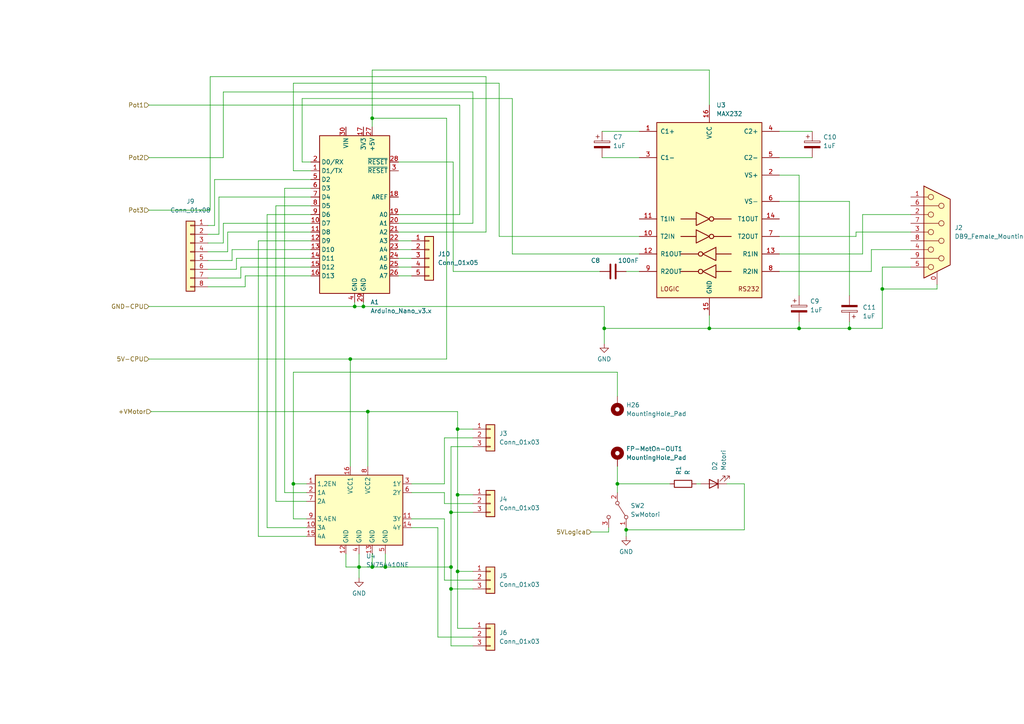
<source format=kicad_sch>
(kicad_sch (version 20211123) (generator eeschema)

  (uuid 0baa452f-6c83-4f46-b7df-5596cda34256)

  (paper "A4")

  (lib_symbols
    (symbol "Connector:DB9_Female_MountingHoles" (pin_names (offset 1.016) hide) (in_bom yes) (on_board yes)
      (property "Reference" "J" (id 0) (at 0 16.51 0)
        (effects (font (size 1.27 1.27)))
      )
      (property "Value" "DB9_Female_MountingHoles" (id 1) (at 0 14.605 0)
        (effects (font (size 1.27 1.27)))
      )
      (property "Footprint" "" (id 2) (at 0 0 0)
        (effects (font (size 1.27 1.27)) hide)
      )
      (property "Datasheet" " ~" (id 3) (at 0 0 0)
        (effects (font (size 1.27 1.27)) hide)
      )
      (property "ki_keywords" "connector female D-SUB" (id 4) (at 0 0 0)
        (effects (font (size 1.27 1.27)) hide)
      )
      (property "ki_description" "9-pin female D-SUB connector, Mounting Hole" (id 5) (at 0 0 0)
        (effects (font (size 1.27 1.27)) hide)
      )
      (property "ki_fp_filters" "DSUB*Female*" (id 6) (at 0 0 0)
        (effects (font (size 1.27 1.27)) hide)
      )
      (symbol "DB9_Female_MountingHoles_0_1"
        (circle (center -1.778 -10.16) (radius 0.762)
          (stroke (width 0) (type default) (color 0 0 0 0))
          (fill (type none))
        )
        (circle (center -1.778 -5.08) (radius 0.762)
          (stroke (width 0) (type default) (color 0 0 0 0))
          (fill (type none))
        )
        (circle (center -1.778 0) (radius 0.762)
          (stroke (width 0) (type default) (color 0 0 0 0))
          (fill (type none))
        )
        (circle (center -1.778 5.08) (radius 0.762)
          (stroke (width 0) (type default) (color 0 0 0 0))
          (fill (type none))
        )
        (circle (center -1.778 10.16) (radius 0.762)
          (stroke (width 0) (type default) (color 0 0 0 0))
          (fill (type none))
        )
        (polyline
          (pts
            (xy -3.81 -10.16)
            (xy -2.54 -10.16)
          )
          (stroke (width 0) (type default) (color 0 0 0 0))
          (fill (type none))
        )
        (polyline
          (pts
            (xy -3.81 -7.62)
            (xy 0.508 -7.62)
          )
          (stroke (width 0) (type default) (color 0 0 0 0))
          (fill (type none))
        )
        (polyline
          (pts
            (xy -3.81 -5.08)
            (xy -2.54 -5.08)
          )
          (stroke (width 0) (type default) (color 0 0 0 0))
          (fill (type none))
        )
        (polyline
          (pts
            (xy -3.81 -2.54)
            (xy 0.508 -2.54)
          )
          (stroke (width 0) (type default) (color 0 0 0 0))
          (fill (type none))
        )
        (polyline
          (pts
            (xy -3.81 0)
            (xy -2.54 0)
          )
          (stroke (width 0) (type default) (color 0 0 0 0))
          (fill (type none))
        )
        (polyline
          (pts
            (xy -3.81 2.54)
            (xy 0.508 2.54)
          )
          (stroke (width 0) (type default) (color 0 0 0 0))
          (fill (type none))
        )
        (polyline
          (pts
            (xy -3.81 5.08)
            (xy -2.54 5.08)
          )
          (stroke (width 0) (type default) (color 0 0 0 0))
          (fill (type none))
        )
        (polyline
          (pts
            (xy -3.81 7.62)
            (xy 0.508 7.62)
          )
          (stroke (width 0) (type default) (color 0 0 0 0))
          (fill (type none))
        )
        (polyline
          (pts
            (xy -3.81 10.16)
            (xy -2.54 10.16)
          )
          (stroke (width 0) (type default) (color 0 0 0 0))
          (fill (type none))
        )
        (polyline
          (pts
            (xy -3.81 13.335)
            (xy -3.81 -13.335)
            (xy 3.81 -9.525)
            (xy 3.81 9.525)
            (xy -3.81 13.335)
          )
          (stroke (width 0.254) (type default) (color 0 0 0 0))
          (fill (type background))
        )
        (circle (center 1.27 -7.62) (radius 0.762)
          (stroke (width 0) (type default) (color 0 0 0 0))
          (fill (type none))
        )
        (circle (center 1.27 -2.54) (radius 0.762)
          (stroke (width 0) (type default) (color 0 0 0 0))
          (fill (type none))
        )
        (circle (center 1.27 2.54) (radius 0.762)
          (stroke (width 0) (type default) (color 0 0 0 0))
          (fill (type none))
        )
        (circle (center 1.27 7.62) (radius 0.762)
          (stroke (width 0) (type default) (color 0 0 0 0))
          (fill (type none))
        )
      )
      (symbol "DB9_Female_MountingHoles_1_1"
        (pin passive line (at 0 -15.24 90) (length 3.81)
          (name "PAD" (effects (font (size 1.27 1.27))))
          (number "0" (effects (font (size 1.27 1.27))))
        )
        (pin passive line (at -7.62 10.16 0) (length 3.81)
          (name "1" (effects (font (size 1.27 1.27))))
          (number "1" (effects (font (size 1.27 1.27))))
        )
        (pin passive line (at -7.62 5.08 0) (length 3.81)
          (name "2" (effects (font (size 1.27 1.27))))
          (number "2" (effects (font (size 1.27 1.27))))
        )
        (pin passive line (at -7.62 0 0) (length 3.81)
          (name "3" (effects (font (size 1.27 1.27))))
          (number "3" (effects (font (size 1.27 1.27))))
        )
        (pin passive line (at -7.62 -5.08 0) (length 3.81)
          (name "4" (effects (font (size 1.27 1.27))))
          (number "4" (effects (font (size 1.27 1.27))))
        )
        (pin passive line (at -7.62 -10.16 0) (length 3.81)
          (name "5" (effects (font (size 1.27 1.27))))
          (number "5" (effects (font (size 1.27 1.27))))
        )
        (pin passive line (at -7.62 7.62 0) (length 3.81)
          (name "6" (effects (font (size 1.27 1.27))))
          (number "6" (effects (font (size 1.27 1.27))))
        )
        (pin passive line (at -7.62 2.54 0) (length 3.81)
          (name "7" (effects (font (size 1.27 1.27))))
          (number "7" (effects (font (size 1.27 1.27))))
        )
        (pin passive line (at -7.62 -2.54 0) (length 3.81)
          (name "8" (effects (font (size 1.27 1.27))))
          (number "8" (effects (font (size 1.27 1.27))))
        )
        (pin passive line (at -7.62 -7.62 0) (length 3.81)
          (name "9" (effects (font (size 1.27 1.27))))
          (number "9" (effects (font (size 1.27 1.27))))
        )
      )
    )
    (symbol "Connector_Generic:Conn_01x03" (pin_names (offset 1.016) hide) (in_bom yes) (on_board yes)
      (property "Reference" "J" (id 0) (at 0 5.08 0)
        (effects (font (size 1.27 1.27)))
      )
      (property "Value" "Conn_01x03" (id 1) (at 0 -5.08 0)
        (effects (font (size 1.27 1.27)))
      )
      (property "Footprint" "" (id 2) (at 0 0 0)
        (effects (font (size 1.27 1.27)) hide)
      )
      (property "Datasheet" "~" (id 3) (at 0 0 0)
        (effects (font (size 1.27 1.27)) hide)
      )
      (property "ki_keywords" "connector" (id 4) (at 0 0 0)
        (effects (font (size 1.27 1.27)) hide)
      )
      (property "ki_description" "Generic connector, single row, 01x03, script generated (kicad-library-utils/schlib/autogen/connector/)" (id 5) (at 0 0 0)
        (effects (font (size 1.27 1.27)) hide)
      )
      (property "ki_fp_filters" "Connector*:*_1x??_*" (id 6) (at 0 0 0)
        (effects (font (size 1.27 1.27)) hide)
      )
      (symbol "Conn_01x03_1_1"
        (rectangle (start -1.27 -2.413) (end 0 -2.667)
          (stroke (width 0.1524) (type default) (color 0 0 0 0))
          (fill (type none))
        )
        (rectangle (start -1.27 0.127) (end 0 -0.127)
          (stroke (width 0.1524) (type default) (color 0 0 0 0))
          (fill (type none))
        )
        (rectangle (start -1.27 2.667) (end 0 2.413)
          (stroke (width 0.1524) (type default) (color 0 0 0 0))
          (fill (type none))
        )
        (rectangle (start -1.27 3.81) (end 1.27 -3.81)
          (stroke (width 0.254) (type default) (color 0 0 0 0))
          (fill (type background))
        )
        (pin passive line (at -5.08 2.54 0) (length 3.81)
          (name "Pin_1" (effects (font (size 1.27 1.27))))
          (number "1" (effects (font (size 1.27 1.27))))
        )
        (pin passive line (at -5.08 0 0) (length 3.81)
          (name "Pin_2" (effects (font (size 1.27 1.27))))
          (number "2" (effects (font (size 1.27 1.27))))
        )
        (pin passive line (at -5.08 -2.54 0) (length 3.81)
          (name "Pin_3" (effects (font (size 1.27 1.27))))
          (number "3" (effects (font (size 1.27 1.27))))
        )
      )
    )
    (symbol "Connector_Generic:Conn_01x05" (pin_names (offset 1.016) hide) (in_bom yes) (on_board yes)
      (property "Reference" "J" (id 0) (at 0 7.62 0)
        (effects (font (size 1.27 1.27)))
      )
      (property "Value" "Conn_01x05" (id 1) (at 0 -7.62 0)
        (effects (font (size 1.27 1.27)))
      )
      (property "Footprint" "" (id 2) (at 0 0 0)
        (effects (font (size 1.27 1.27)) hide)
      )
      (property "Datasheet" "~" (id 3) (at 0 0 0)
        (effects (font (size 1.27 1.27)) hide)
      )
      (property "ki_keywords" "connector" (id 4) (at 0 0 0)
        (effects (font (size 1.27 1.27)) hide)
      )
      (property "ki_description" "Generic connector, single row, 01x05, script generated (kicad-library-utils/schlib/autogen/connector/)" (id 5) (at 0 0 0)
        (effects (font (size 1.27 1.27)) hide)
      )
      (property "ki_fp_filters" "Connector*:*_1x??_*" (id 6) (at 0 0 0)
        (effects (font (size 1.27 1.27)) hide)
      )
      (symbol "Conn_01x05_1_1"
        (rectangle (start -1.27 -4.953) (end 0 -5.207)
          (stroke (width 0.1524) (type default) (color 0 0 0 0))
          (fill (type none))
        )
        (rectangle (start -1.27 -2.413) (end 0 -2.667)
          (stroke (width 0.1524) (type default) (color 0 0 0 0))
          (fill (type none))
        )
        (rectangle (start -1.27 0.127) (end 0 -0.127)
          (stroke (width 0.1524) (type default) (color 0 0 0 0))
          (fill (type none))
        )
        (rectangle (start -1.27 2.667) (end 0 2.413)
          (stroke (width 0.1524) (type default) (color 0 0 0 0))
          (fill (type none))
        )
        (rectangle (start -1.27 5.207) (end 0 4.953)
          (stroke (width 0.1524) (type default) (color 0 0 0 0))
          (fill (type none))
        )
        (rectangle (start -1.27 6.35) (end 1.27 -6.35)
          (stroke (width 0.254) (type default) (color 0 0 0 0))
          (fill (type background))
        )
        (pin passive line (at -5.08 5.08 0) (length 3.81)
          (name "Pin_1" (effects (font (size 1.27 1.27))))
          (number "1" (effects (font (size 1.27 1.27))))
        )
        (pin passive line (at -5.08 2.54 0) (length 3.81)
          (name "Pin_2" (effects (font (size 1.27 1.27))))
          (number "2" (effects (font (size 1.27 1.27))))
        )
        (pin passive line (at -5.08 0 0) (length 3.81)
          (name "Pin_3" (effects (font (size 1.27 1.27))))
          (number "3" (effects (font (size 1.27 1.27))))
        )
        (pin passive line (at -5.08 -2.54 0) (length 3.81)
          (name "Pin_4" (effects (font (size 1.27 1.27))))
          (number "4" (effects (font (size 1.27 1.27))))
        )
        (pin passive line (at -5.08 -5.08 0) (length 3.81)
          (name "Pin_5" (effects (font (size 1.27 1.27))))
          (number "5" (effects (font (size 1.27 1.27))))
        )
      )
    )
    (symbol "Connector_Generic:Conn_01x08" (pin_names (offset 1.016) hide) (in_bom yes) (on_board yes)
      (property "Reference" "J" (id 0) (at 0 10.16 0)
        (effects (font (size 1.27 1.27)))
      )
      (property "Value" "Conn_01x08" (id 1) (at 0 -12.7 0)
        (effects (font (size 1.27 1.27)))
      )
      (property "Footprint" "" (id 2) (at 0 0 0)
        (effects (font (size 1.27 1.27)) hide)
      )
      (property "Datasheet" "~" (id 3) (at 0 0 0)
        (effects (font (size 1.27 1.27)) hide)
      )
      (property "ki_keywords" "connector" (id 4) (at 0 0 0)
        (effects (font (size 1.27 1.27)) hide)
      )
      (property "ki_description" "Generic connector, single row, 01x08, script generated (kicad-library-utils/schlib/autogen/connector/)" (id 5) (at 0 0 0)
        (effects (font (size 1.27 1.27)) hide)
      )
      (property "ki_fp_filters" "Connector*:*_1x??_*" (id 6) (at 0 0 0)
        (effects (font (size 1.27 1.27)) hide)
      )
      (symbol "Conn_01x08_1_1"
        (rectangle (start -1.27 -10.033) (end 0 -10.287)
          (stroke (width 0.1524) (type default) (color 0 0 0 0))
          (fill (type none))
        )
        (rectangle (start -1.27 -7.493) (end 0 -7.747)
          (stroke (width 0.1524) (type default) (color 0 0 0 0))
          (fill (type none))
        )
        (rectangle (start -1.27 -4.953) (end 0 -5.207)
          (stroke (width 0.1524) (type default) (color 0 0 0 0))
          (fill (type none))
        )
        (rectangle (start -1.27 -2.413) (end 0 -2.667)
          (stroke (width 0.1524) (type default) (color 0 0 0 0))
          (fill (type none))
        )
        (rectangle (start -1.27 0.127) (end 0 -0.127)
          (stroke (width 0.1524) (type default) (color 0 0 0 0))
          (fill (type none))
        )
        (rectangle (start -1.27 2.667) (end 0 2.413)
          (stroke (width 0.1524) (type default) (color 0 0 0 0))
          (fill (type none))
        )
        (rectangle (start -1.27 5.207) (end 0 4.953)
          (stroke (width 0.1524) (type default) (color 0 0 0 0))
          (fill (type none))
        )
        (rectangle (start -1.27 7.747) (end 0 7.493)
          (stroke (width 0.1524) (type default) (color 0 0 0 0))
          (fill (type none))
        )
        (rectangle (start -1.27 8.89) (end 1.27 -11.43)
          (stroke (width 0.254) (type default) (color 0 0 0 0))
          (fill (type background))
        )
        (pin passive line (at -5.08 7.62 0) (length 3.81)
          (name "Pin_1" (effects (font (size 1.27 1.27))))
          (number "1" (effects (font (size 1.27 1.27))))
        )
        (pin passive line (at -5.08 5.08 0) (length 3.81)
          (name "Pin_2" (effects (font (size 1.27 1.27))))
          (number "2" (effects (font (size 1.27 1.27))))
        )
        (pin passive line (at -5.08 2.54 0) (length 3.81)
          (name "Pin_3" (effects (font (size 1.27 1.27))))
          (number "3" (effects (font (size 1.27 1.27))))
        )
        (pin passive line (at -5.08 0 0) (length 3.81)
          (name "Pin_4" (effects (font (size 1.27 1.27))))
          (number "4" (effects (font (size 1.27 1.27))))
        )
        (pin passive line (at -5.08 -2.54 0) (length 3.81)
          (name "Pin_5" (effects (font (size 1.27 1.27))))
          (number "5" (effects (font (size 1.27 1.27))))
        )
        (pin passive line (at -5.08 -5.08 0) (length 3.81)
          (name "Pin_6" (effects (font (size 1.27 1.27))))
          (number "6" (effects (font (size 1.27 1.27))))
        )
        (pin passive line (at -5.08 -7.62 0) (length 3.81)
          (name "Pin_7" (effects (font (size 1.27 1.27))))
          (number "7" (effects (font (size 1.27 1.27))))
        )
        (pin passive line (at -5.08 -10.16 0) (length 3.81)
          (name "Pin_8" (effects (font (size 1.27 1.27))))
          (number "8" (effects (font (size 1.27 1.27))))
        )
      )
    )
    (symbol "Device:C" (pin_numbers hide) (pin_names (offset 0.254)) (in_bom yes) (on_board yes)
      (property "Reference" "C" (id 0) (at 0.635 2.54 0)
        (effects (font (size 1.27 1.27)) (justify left))
      )
      (property "Value" "C" (id 1) (at 0.635 -2.54 0)
        (effects (font (size 1.27 1.27)) (justify left))
      )
      (property "Footprint" "" (id 2) (at 0.9652 -3.81 0)
        (effects (font (size 1.27 1.27)) hide)
      )
      (property "Datasheet" "~" (id 3) (at 0 0 0)
        (effects (font (size 1.27 1.27)) hide)
      )
      (property "ki_keywords" "cap capacitor" (id 4) (at 0 0 0)
        (effects (font (size 1.27 1.27)) hide)
      )
      (property "ki_description" "Unpolarized capacitor" (id 5) (at 0 0 0)
        (effects (font (size 1.27 1.27)) hide)
      )
      (property "ki_fp_filters" "C_*" (id 6) (at 0 0 0)
        (effects (font (size 1.27 1.27)) hide)
      )
      (symbol "C_0_1"
        (polyline
          (pts
            (xy -2.032 -0.762)
            (xy 2.032 -0.762)
          )
          (stroke (width 0.508) (type default) (color 0 0 0 0))
          (fill (type none))
        )
        (polyline
          (pts
            (xy -2.032 0.762)
            (xy 2.032 0.762)
          )
          (stroke (width 0.508) (type default) (color 0 0 0 0))
          (fill (type none))
        )
      )
      (symbol "C_1_1"
        (pin passive line (at 0 3.81 270) (length 2.794)
          (name "~" (effects (font (size 1.27 1.27))))
          (number "1" (effects (font (size 1.27 1.27))))
        )
        (pin passive line (at 0 -3.81 90) (length 2.794)
          (name "~" (effects (font (size 1.27 1.27))))
          (number "2" (effects (font (size 1.27 1.27))))
        )
      )
    )
    (symbol "Device:C_Polarized" (pin_numbers hide) (pin_names (offset 0.254)) (in_bom yes) (on_board yes)
      (property "Reference" "C" (id 0) (at 0.635 2.54 0)
        (effects (font (size 1.27 1.27)) (justify left))
      )
      (property "Value" "C_Polarized" (id 1) (at 0.635 -2.54 0)
        (effects (font (size 1.27 1.27)) (justify left))
      )
      (property "Footprint" "" (id 2) (at 0.9652 -3.81 0)
        (effects (font (size 1.27 1.27)) hide)
      )
      (property "Datasheet" "~" (id 3) (at 0 0 0)
        (effects (font (size 1.27 1.27)) hide)
      )
      (property "ki_keywords" "cap capacitor" (id 4) (at 0 0 0)
        (effects (font (size 1.27 1.27)) hide)
      )
      (property "ki_description" "Polarized capacitor" (id 5) (at 0 0 0)
        (effects (font (size 1.27 1.27)) hide)
      )
      (property "ki_fp_filters" "CP_*" (id 6) (at 0 0 0)
        (effects (font (size 1.27 1.27)) hide)
      )
      (symbol "C_Polarized_0_1"
        (rectangle (start -2.286 0.508) (end 2.286 1.016)
          (stroke (width 0) (type default) (color 0 0 0 0))
          (fill (type none))
        )
        (polyline
          (pts
            (xy -1.778 2.286)
            (xy -0.762 2.286)
          )
          (stroke (width 0) (type default) (color 0 0 0 0))
          (fill (type none))
        )
        (polyline
          (pts
            (xy -1.27 2.794)
            (xy -1.27 1.778)
          )
          (stroke (width 0) (type default) (color 0 0 0 0))
          (fill (type none))
        )
        (rectangle (start 2.286 -0.508) (end -2.286 -1.016)
          (stroke (width 0) (type default) (color 0 0 0 0))
          (fill (type outline))
        )
      )
      (symbol "C_Polarized_1_1"
        (pin passive line (at 0 3.81 270) (length 2.794)
          (name "~" (effects (font (size 1.27 1.27))))
          (number "1" (effects (font (size 1.27 1.27))))
        )
        (pin passive line (at 0 -3.81 90) (length 2.794)
          (name "~" (effects (font (size 1.27 1.27))))
          (number "2" (effects (font (size 1.27 1.27))))
        )
      )
    )
    (symbol "Device:LED" (pin_numbers hide) (pin_names (offset 1.016) hide) (in_bom yes) (on_board yes)
      (property "Reference" "D" (id 0) (at 0 2.54 0)
        (effects (font (size 1.27 1.27)))
      )
      (property "Value" "LED" (id 1) (at 0 -2.54 0)
        (effects (font (size 1.27 1.27)))
      )
      (property "Footprint" "" (id 2) (at 0 0 0)
        (effects (font (size 1.27 1.27)) hide)
      )
      (property "Datasheet" "~" (id 3) (at 0 0 0)
        (effects (font (size 1.27 1.27)) hide)
      )
      (property "ki_keywords" "LED diode" (id 4) (at 0 0 0)
        (effects (font (size 1.27 1.27)) hide)
      )
      (property "ki_description" "Light emitting diode" (id 5) (at 0 0 0)
        (effects (font (size 1.27 1.27)) hide)
      )
      (property "ki_fp_filters" "LED* LED_SMD:* LED_THT:*" (id 6) (at 0 0 0)
        (effects (font (size 1.27 1.27)) hide)
      )
      (symbol "LED_0_1"
        (polyline
          (pts
            (xy -1.27 -1.27)
            (xy -1.27 1.27)
          )
          (stroke (width 0.254) (type default) (color 0 0 0 0))
          (fill (type none))
        )
        (polyline
          (pts
            (xy -1.27 0)
            (xy 1.27 0)
          )
          (stroke (width 0) (type default) (color 0 0 0 0))
          (fill (type none))
        )
        (polyline
          (pts
            (xy 1.27 -1.27)
            (xy 1.27 1.27)
            (xy -1.27 0)
            (xy 1.27 -1.27)
          )
          (stroke (width 0.254) (type default) (color 0 0 0 0))
          (fill (type none))
        )
        (polyline
          (pts
            (xy -3.048 -0.762)
            (xy -4.572 -2.286)
            (xy -3.81 -2.286)
            (xy -4.572 -2.286)
            (xy -4.572 -1.524)
          )
          (stroke (width 0) (type default) (color 0 0 0 0))
          (fill (type none))
        )
        (polyline
          (pts
            (xy -1.778 -0.762)
            (xy -3.302 -2.286)
            (xy -2.54 -2.286)
            (xy -3.302 -2.286)
            (xy -3.302 -1.524)
          )
          (stroke (width 0) (type default) (color 0 0 0 0))
          (fill (type none))
        )
      )
      (symbol "LED_1_1"
        (pin passive line (at -3.81 0 0) (length 2.54)
          (name "K" (effects (font (size 1.27 1.27))))
          (number "1" (effects (font (size 1.27 1.27))))
        )
        (pin passive line (at 3.81 0 180) (length 2.54)
          (name "A" (effects (font (size 1.27 1.27))))
          (number "2" (effects (font (size 1.27 1.27))))
        )
      )
    )
    (symbol "Device:R" (pin_numbers hide) (pin_names (offset 0)) (in_bom yes) (on_board yes)
      (property "Reference" "R" (id 0) (at 2.032 0 90)
        (effects (font (size 1.27 1.27)))
      )
      (property "Value" "R" (id 1) (at 0 0 90)
        (effects (font (size 1.27 1.27)))
      )
      (property "Footprint" "" (id 2) (at -1.778 0 90)
        (effects (font (size 1.27 1.27)) hide)
      )
      (property "Datasheet" "~" (id 3) (at 0 0 0)
        (effects (font (size 1.27 1.27)) hide)
      )
      (property "ki_keywords" "R res resistor" (id 4) (at 0 0 0)
        (effects (font (size 1.27 1.27)) hide)
      )
      (property "ki_description" "Resistor" (id 5) (at 0 0 0)
        (effects (font (size 1.27 1.27)) hide)
      )
      (property "ki_fp_filters" "R_*" (id 6) (at 0 0 0)
        (effects (font (size 1.27 1.27)) hide)
      )
      (symbol "R_0_1"
        (rectangle (start -1.016 -2.54) (end 1.016 2.54)
          (stroke (width 0.254) (type default) (color 0 0 0 0))
          (fill (type none))
        )
      )
      (symbol "R_1_1"
        (pin passive line (at 0 3.81 270) (length 1.27)
          (name "~" (effects (font (size 1.27 1.27))))
          (number "1" (effects (font (size 1.27 1.27))))
        )
        (pin passive line (at 0 -3.81 90) (length 1.27)
          (name "~" (effects (font (size 1.27 1.27))))
          (number "2" (effects (font (size 1.27 1.27))))
        )
      )
    )
    (symbol "Driver_Motor:SN754410NE" (in_bom yes) (on_board yes)
      (property "Reference" "U" (id 0) (at -10.16 17.78 0)
        (effects (font (size 1.27 1.27)))
      )
      (property "Value" "SN754410NE" (id 1) (at -7.62 15.24 0)
        (effects (font (size 1.27 1.27)))
      )
      (property "Footprint" "Package_DIP:DIP-16_W7.62mm" (id 2) (at -2.54 22.86 0)
        (effects (font (size 1.27 1.27)) hide)
      )
      (property "Datasheet" "https://www.ti.com/lit/ds/symlink/sn754410.pdf" (id 3) (at 0 25.4 0)
        (effects (font (size 1.27 1.27)) hide)
      )
      (property "ki_keywords" "h-bridge motor driver" (id 4) (at 0 0 0)
        (effects (font (size 1.27 1.27)) hide)
      )
      (property "ki_description" "Quadruple Half-H Driver, DIP-16" (id 5) (at 0 0 0)
        (effects (font (size 1.27 1.27)) hide)
      )
      (property "ki_fp_filters" "DIP*W7.62mm*" (id 6) (at 0 0 0)
        (effects (font (size 1.27 1.27)) hide)
      )
      (symbol "SN754410NE_0_1"
        (rectangle (start -12.7 10.16) (end 12.7 -10.16)
          (stroke (width 0.254) (type default) (color 0 0 0 0))
          (fill (type background))
        )
      )
      (symbol "SN754410NE_1_1"
        (pin input line (at -15.24 7.62 0) (length 2.54)
          (name "1,2EN" (effects (font (size 1.27 1.27))))
          (number "1" (effects (font (size 1.27 1.27))))
        )
        (pin input line (at -15.24 -5.08 0) (length 2.54)
          (name "3A" (effects (font (size 1.27 1.27))))
          (number "10" (effects (font (size 1.27 1.27))))
        )
        (pin output line (at 15.24 -2.54 180) (length 2.54)
          (name "3Y" (effects (font (size 1.27 1.27))))
          (number "11" (effects (font (size 1.27 1.27))))
        )
        (pin power_in line (at -3.81 -12.7 90) (length 2.54)
          (name "GND" (effects (font (size 1.27 1.27))))
          (number "12" (effects (font (size 1.27 1.27))))
        )
        (pin power_in line (at 3.81 -12.7 90) (length 2.54)
          (name "GND" (effects (font (size 1.27 1.27))))
          (number "13" (effects (font (size 1.27 1.27))))
        )
        (pin output line (at 15.24 -5.08 180) (length 2.54)
          (name "4Y" (effects (font (size 1.27 1.27))))
          (number "14" (effects (font (size 1.27 1.27))))
        )
        (pin input line (at -15.24 -7.62 0) (length 2.54)
          (name "4A" (effects (font (size 1.27 1.27))))
          (number "15" (effects (font (size 1.27 1.27))))
        )
        (pin power_in line (at -2.54 12.7 270) (length 2.54)
          (name "VCC1" (effects (font (size 1.27 1.27))))
          (number "16" (effects (font (size 1.27 1.27))))
        )
        (pin input line (at -15.24 5.08 0) (length 2.54)
          (name "1A" (effects (font (size 1.27 1.27))))
          (number "2" (effects (font (size 1.27 1.27))))
        )
        (pin output line (at 15.24 7.62 180) (length 2.54)
          (name "1Y" (effects (font (size 1.27 1.27))))
          (number "3" (effects (font (size 1.27 1.27))))
        )
        (pin power_in line (at 0 -12.7 90) (length 2.54)
          (name "GND" (effects (font (size 1.27 1.27))))
          (number "4" (effects (font (size 1.27 1.27))))
        )
        (pin power_in line (at 7.62 -12.7 90) (length 2.54)
          (name "GND" (effects (font (size 1.27 1.27))))
          (number "5" (effects (font (size 1.27 1.27))))
        )
        (pin output line (at 15.24 5.08 180) (length 2.54)
          (name "2Y" (effects (font (size 1.27 1.27))))
          (number "6" (effects (font (size 1.27 1.27))))
        )
        (pin input line (at -15.24 2.54 0) (length 2.54)
          (name "2A" (effects (font (size 1.27 1.27))))
          (number "7" (effects (font (size 1.27 1.27))))
        )
        (pin power_in line (at 2.54 12.7 270) (length 2.54)
          (name "VCC2" (effects (font (size 1.27 1.27))))
          (number "8" (effects (font (size 1.27 1.27))))
        )
        (pin input line (at -15.24 -2.54 0) (length 2.54)
          (name "3,4EN" (effects (font (size 1.27 1.27))))
          (number "9" (effects (font (size 1.27 1.27))))
        )
      )
    )
    (symbol "Interface_UART:MAX232" (pin_names (offset 1.016)) (in_bom yes) (on_board yes)
      (property "Reference" "U" (id 0) (at -2.54 28.575 0)
        (effects (font (size 1.27 1.27)) (justify right))
      )
      (property "Value" "MAX232" (id 1) (at -2.54 26.67 0)
        (effects (font (size 1.27 1.27)) (justify right))
      )
      (property "Footprint" "" (id 2) (at 1.27 -26.67 0)
        (effects (font (size 1.27 1.27)) (justify left) hide)
      )
      (property "Datasheet" "http://www.ti.com/lit/ds/symlink/max232.pdf" (id 3) (at 0 2.54 0)
        (effects (font (size 1.27 1.27)) hide)
      )
      (property "ki_keywords" "rs232 uart transceiver line-driver" (id 4) (at 0 0 0)
        (effects (font (size 1.27 1.27)) hide)
      )
      (property "ki_description" "Dual RS232 driver/receiver, 5V supply, 120kb/s, 0C-70C" (id 5) (at 0 0 0)
        (effects (font (size 1.27 1.27)) hide)
      )
      (property "ki_fp_filters" "SOIC*P1.27mm* DIP*W7.62mm* TSSOP*4.4x5mm*P0.65mm*" (id 6) (at 0 0 0)
        (effects (font (size 1.27 1.27)) hide)
      )
      (symbol "MAX232_0_0"
        (text "LOGIC" (at -11.43 -22.86 0)
          (effects (font (size 1.27 1.27)))
        )
        (text "RS232" (at 11.43 -22.86 0)
          (effects (font (size 1.27 1.27)))
        )
      )
      (symbol "MAX232_0_1"
        (rectangle (start -15.24 -25.4) (end 15.24 25.4)
          (stroke (width 0.254) (type default) (color 0 0 0 0))
          (fill (type background))
        )
        (circle (center -2.54 -17.78) (radius 0.635)
          (stroke (width 0.254) (type default) (color 0 0 0 0))
          (fill (type none))
        )
        (circle (center -2.54 -12.7) (radius 0.635)
          (stroke (width 0.254) (type default) (color 0 0 0 0))
          (fill (type none))
        )
        (polyline
          (pts
            (xy -3.81 -7.62)
            (xy -8.255 -7.62)
          )
          (stroke (width 0.254) (type default) (color 0 0 0 0))
          (fill (type none))
        )
        (polyline
          (pts
            (xy -3.81 -2.54)
            (xy -8.255 -2.54)
          )
          (stroke (width 0.254) (type default) (color 0 0 0 0))
          (fill (type none))
        )
        (polyline
          (pts
            (xy -3.175 -17.78)
            (xy -8.255 -17.78)
          )
          (stroke (width 0.254) (type default) (color 0 0 0 0))
          (fill (type none))
        )
        (polyline
          (pts
            (xy -3.175 -12.7)
            (xy -8.255 -12.7)
          )
          (stroke (width 0.254) (type default) (color 0 0 0 0))
          (fill (type none))
        )
        (polyline
          (pts
            (xy 1.27 -7.62)
            (xy 6.35 -7.62)
          )
          (stroke (width 0.254) (type default) (color 0 0 0 0))
          (fill (type none))
        )
        (polyline
          (pts
            (xy 1.27 -2.54)
            (xy 6.35 -2.54)
          )
          (stroke (width 0.254) (type default) (color 0 0 0 0))
          (fill (type none))
        )
        (polyline
          (pts
            (xy 1.905 -17.78)
            (xy 6.35 -17.78)
          )
          (stroke (width 0.254) (type default) (color 0 0 0 0))
          (fill (type none))
        )
        (polyline
          (pts
            (xy 1.905 -12.7)
            (xy 6.35 -12.7)
          )
          (stroke (width 0.254) (type default) (color 0 0 0 0))
          (fill (type none))
        )
        (polyline
          (pts
            (xy -3.81 -5.715)
            (xy -3.81 -9.525)
            (xy 0 -7.62)
            (xy -3.81 -5.715)
          )
          (stroke (width 0.254) (type default) (color 0 0 0 0))
          (fill (type none))
        )
        (polyline
          (pts
            (xy -3.81 -0.635)
            (xy -3.81 -4.445)
            (xy 0 -2.54)
            (xy -3.81 -0.635)
          )
          (stroke (width 0.254) (type default) (color 0 0 0 0))
          (fill (type none))
        )
        (polyline
          (pts
            (xy 1.905 -15.875)
            (xy 1.905 -19.685)
            (xy -1.905 -17.78)
            (xy 1.905 -15.875)
          )
          (stroke (width 0.254) (type default) (color 0 0 0 0))
          (fill (type none))
        )
        (polyline
          (pts
            (xy 1.905 -10.795)
            (xy 1.905 -14.605)
            (xy -1.905 -12.7)
            (xy 1.905 -10.795)
          )
          (stroke (width 0.254) (type default) (color 0 0 0 0))
          (fill (type none))
        )
        (circle (center 0.635 -7.62) (radius 0.635)
          (stroke (width 0.254) (type default) (color 0 0 0 0))
          (fill (type none))
        )
        (circle (center 0.635 -2.54) (radius 0.635)
          (stroke (width 0.254) (type default) (color 0 0 0 0))
          (fill (type none))
        )
      )
      (symbol "MAX232_1_1"
        (pin passive line (at -20.32 22.86 0) (length 5.08)
          (name "C1+" (effects (font (size 1.27 1.27))))
          (number "1" (effects (font (size 1.27 1.27))))
        )
        (pin input line (at -20.32 -7.62 0) (length 5.08)
          (name "T2IN" (effects (font (size 1.27 1.27))))
          (number "10" (effects (font (size 1.27 1.27))))
        )
        (pin input line (at -20.32 -2.54 0) (length 5.08)
          (name "T1IN" (effects (font (size 1.27 1.27))))
          (number "11" (effects (font (size 1.27 1.27))))
        )
        (pin output line (at -20.32 -12.7 0) (length 5.08)
          (name "R1OUT" (effects (font (size 1.27 1.27))))
          (number "12" (effects (font (size 1.27 1.27))))
        )
        (pin input line (at 20.32 -12.7 180) (length 5.08)
          (name "R1IN" (effects (font (size 1.27 1.27))))
          (number "13" (effects (font (size 1.27 1.27))))
        )
        (pin output line (at 20.32 -2.54 180) (length 5.08)
          (name "T1OUT" (effects (font (size 1.27 1.27))))
          (number "14" (effects (font (size 1.27 1.27))))
        )
        (pin power_in line (at 0 -30.48 90) (length 5.08)
          (name "GND" (effects (font (size 1.27 1.27))))
          (number "15" (effects (font (size 1.27 1.27))))
        )
        (pin power_in line (at 0 30.48 270) (length 5.08)
          (name "VCC" (effects (font (size 1.27 1.27))))
          (number "16" (effects (font (size 1.27 1.27))))
        )
        (pin power_out line (at 20.32 10.16 180) (length 5.08)
          (name "VS+" (effects (font (size 1.27 1.27))))
          (number "2" (effects (font (size 1.27 1.27))))
        )
        (pin passive line (at -20.32 15.24 0) (length 5.08)
          (name "C1-" (effects (font (size 1.27 1.27))))
          (number "3" (effects (font (size 1.27 1.27))))
        )
        (pin passive line (at 20.32 22.86 180) (length 5.08)
          (name "C2+" (effects (font (size 1.27 1.27))))
          (number "4" (effects (font (size 1.27 1.27))))
        )
        (pin passive line (at 20.32 15.24 180) (length 5.08)
          (name "C2-" (effects (font (size 1.27 1.27))))
          (number "5" (effects (font (size 1.27 1.27))))
        )
        (pin power_out line (at 20.32 2.54 180) (length 5.08)
          (name "VS-" (effects (font (size 1.27 1.27))))
          (number "6" (effects (font (size 1.27 1.27))))
        )
        (pin output line (at 20.32 -7.62 180) (length 5.08)
          (name "T2OUT" (effects (font (size 1.27 1.27))))
          (number "7" (effects (font (size 1.27 1.27))))
        )
        (pin input line (at 20.32 -17.78 180) (length 5.08)
          (name "R2IN" (effects (font (size 1.27 1.27))))
          (number "8" (effects (font (size 1.27 1.27))))
        )
        (pin output line (at -20.32 -17.78 0) (length 5.08)
          (name "R2OUT" (effects (font (size 1.27 1.27))))
          (number "9" (effects (font (size 1.27 1.27))))
        )
      )
    )
    (symbol "MCU_Module:Arduino_Nano_v3.x" (in_bom yes) (on_board yes)
      (property "Reference" "A" (id 0) (at -10.16 23.495 0)
        (effects (font (size 1.27 1.27)) (justify left bottom))
      )
      (property "Value" "Arduino_Nano_v3.x" (id 1) (at 5.08 -24.13 0)
        (effects (font (size 1.27 1.27)) (justify left top))
      )
      (property "Footprint" "Module:Arduino_Nano" (id 2) (at 0 0 0)
        (effects (font (size 1.27 1.27) italic) hide)
      )
      (property "Datasheet" "http://www.mouser.com/pdfdocs/Gravitech_Arduino_Nano3_0.pdf" (id 3) (at 0 0 0)
        (effects (font (size 1.27 1.27)) hide)
      )
      (property "ki_keywords" "Arduino nano microcontroller module USB" (id 4) (at 0 0 0)
        (effects (font (size 1.27 1.27)) hide)
      )
      (property "ki_description" "Arduino Nano v3.x" (id 5) (at 0 0 0)
        (effects (font (size 1.27 1.27)) hide)
      )
      (property "ki_fp_filters" "Arduino*Nano*" (id 6) (at 0 0 0)
        (effects (font (size 1.27 1.27)) hide)
      )
      (symbol "Arduino_Nano_v3.x_0_1"
        (rectangle (start -10.16 22.86) (end 10.16 -22.86)
          (stroke (width 0.254) (type default) (color 0 0 0 0))
          (fill (type background))
        )
      )
      (symbol "Arduino_Nano_v3.x_1_1"
        (pin bidirectional line (at -12.7 12.7 0) (length 2.54)
          (name "D1/TX" (effects (font (size 1.27 1.27))))
          (number "1" (effects (font (size 1.27 1.27))))
        )
        (pin bidirectional line (at -12.7 -2.54 0) (length 2.54)
          (name "D7" (effects (font (size 1.27 1.27))))
          (number "10" (effects (font (size 1.27 1.27))))
        )
        (pin bidirectional line (at -12.7 -5.08 0) (length 2.54)
          (name "D8" (effects (font (size 1.27 1.27))))
          (number "11" (effects (font (size 1.27 1.27))))
        )
        (pin bidirectional line (at -12.7 -7.62 0) (length 2.54)
          (name "D9" (effects (font (size 1.27 1.27))))
          (number "12" (effects (font (size 1.27 1.27))))
        )
        (pin bidirectional line (at -12.7 -10.16 0) (length 2.54)
          (name "D10" (effects (font (size 1.27 1.27))))
          (number "13" (effects (font (size 1.27 1.27))))
        )
        (pin bidirectional line (at -12.7 -12.7 0) (length 2.54)
          (name "D11" (effects (font (size 1.27 1.27))))
          (number "14" (effects (font (size 1.27 1.27))))
        )
        (pin bidirectional line (at -12.7 -15.24 0) (length 2.54)
          (name "D12" (effects (font (size 1.27 1.27))))
          (number "15" (effects (font (size 1.27 1.27))))
        )
        (pin bidirectional line (at -12.7 -17.78 0) (length 2.54)
          (name "D13" (effects (font (size 1.27 1.27))))
          (number "16" (effects (font (size 1.27 1.27))))
        )
        (pin power_out line (at 2.54 25.4 270) (length 2.54)
          (name "3V3" (effects (font (size 1.27 1.27))))
          (number "17" (effects (font (size 1.27 1.27))))
        )
        (pin input line (at 12.7 5.08 180) (length 2.54)
          (name "AREF" (effects (font (size 1.27 1.27))))
          (number "18" (effects (font (size 1.27 1.27))))
        )
        (pin bidirectional line (at 12.7 0 180) (length 2.54)
          (name "A0" (effects (font (size 1.27 1.27))))
          (number "19" (effects (font (size 1.27 1.27))))
        )
        (pin bidirectional line (at -12.7 15.24 0) (length 2.54)
          (name "D0/RX" (effects (font (size 1.27 1.27))))
          (number "2" (effects (font (size 1.27 1.27))))
        )
        (pin bidirectional line (at 12.7 -2.54 180) (length 2.54)
          (name "A1" (effects (font (size 1.27 1.27))))
          (number "20" (effects (font (size 1.27 1.27))))
        )
        (pin bidirectional line (at 12.7 -5.08 180) (length 2.54)
          (name "A2" (effects (font (size 1.27 1.27))))
          (number "21" (effects (font (size 1.27 1.27))))
        )
        (pin bidirectional line (at 12.7 -7.62 180) (length 2.54)
          (name "A3" (effects (font (size 1.27 1.27))))
          (number "22" (effects (font (size 1.27 1.27))))
        )
        (pin bidirectional line (at 12.7 -10.16 180) (length 2.54)
          (name "A4" (effects (font (size 1.27 1.27))))
          (number "23" (effects (font (size 1.27 1.27))))
        )
        (pin bidirectional line (at 12.7 -12.7 180) (length 2.54)
          (name "A5" (effects (font (size 1.27 1.27))))
          (number "24" (effects (font (size 1.27 1.27))))
        )
        (pin bidirectional line (at 12.7 -15.24 180) (length 2.54)
          (name "A6" (effects (font (size 1.27 1.27))))
          (number "25" (effects (font (size 1.27 1.27))))
        )
        (pin bidirectional line (at 12.7 -17.78 180) (length 2.54)
          (name "A7" (effects (font (size 1.27 1.27))))
          (number "26" (effects (font (size 1.27 1.27))))
        )
        (pin power_out line (at 5.08 25.4 270) (length 2.54)
          (name "+5V" (effects (font (size 1.27 1.27))))
          (number "27" (effects (font (size 1.27 1.27))))
        )
        (pin input line (at 12.7 15.24 180) (length 2.54)
          (name "~{RESET}" (effects (font (size 1.27 1.27))))
          (number "28" (effects (font (size 1.27 1.27))))
        )
        (pin power_in line (at 2.54 -25.4 90) (length 2.54)
          (name "GND" (effects (font (size 1.27 1.27))))
          (number "29" (effects (font (size 1.27 1.27))))
        )
        (pin input line (at 12.7 12.7 180) (length 2.54)
          (name "~{RESET}" (effects (font (size 1.27 1.27))))
          (number "3" (effects (font (size 1.27 1.27))))
        )
        (pin power_in line (at -2.54 25.4 270) (length 2.54)
          (name "VIN" (effects (font (size 1.27 1.27))))
          (number "30" (effects (font (size 1.27 1.27))))
        )
        (pin power_in line (at 0 -25.4 90) (length 2.54)
          (name "GND" (effects (font (size 1.27 1.27))))
          (number "4" (effects (font (size 1.27 1.27))))
        )
        (pin bidirectional line (at -12.7 10.16 0) (length 2.54)
          (name "D2" (effects (font (size 1.27 1.27))))
          (number "5" (effects (font (size 1.27 1.27))))
        )
        (pin bidirectional line (at -12.7 7.62 0) (length 2.54)
          (name "D3" (effects (font (size 1.27 1.27))))
          (number "6" (effects (font (size 1.27 1.27))))
        )
        (pin bidirectional line (at -12.7 5.08 0) (length 2.54)
          (name "D4" (effects (font (size 1.27 1.27))))
          (number "7" (effects (font (size 1.27 1.27))))
        )
        (pin bidirectional line (at -12.7 2.54 0) (length 2.54)
          (name "D5" (effects (font (size 1.27 1.27))))
          (number "8" (effects (font (size 1.27 1.27))))
        )
        (pin bidirectional line (at -12.7 0 0) (length 2.54)
          (name "D6" (effects (font (size 1.27 1.27))))
          (number "9" (effects (font (size 1.27 1.27))))
        )
      )
    )
    (symbol "Mechanical:MountingHole_Pad" (pin_numbers hide) (pin_names (offset 1.016) hide) (in_bom yes) (on_board yes)
      (property "Reference" "H" (id 0) (at 0 6.35 0)
        (effects (font (size 1.27 1.27)))
      )
      (property "Value" "MountingHole_Pad" (id 1) (at 0 4.445 0)
        (effects (font (size 1.27 1.27)))
      )
      (property "Footprint" "" (id 2) (at 0 0 0)
        (effects (font (size 1.27 1.27)) hide)
      )
      (property "Datasheet" "~" (id 3) (at 0 0 0)
        (effects (font (size 1.27 1.27)) hide)
      )
      (property "ki_keywords" "mounting hole" (id 4) (at 0 0 0)
        (effects (font (size 1.27 1.27)) hide)
      )
      (property "ki_description" "Mounting Hole with connection" (id 5) (at 0 0 0)
        (effects (font (size 1.27 1.27)) hide)
      )
      (property "ki_fp_filters" "MountingHole*Pad*" (id 6) (at 0 0 0)
        (effects (font (size 1.27 1.27)) hide)
      )
      (symbol "MountingHole_Pad_0_1"
        (circle (center 0 1.27) (radius 1.27)
          (stroke (width 1.27) (type default) (color 0 0 0 0))
          (fill (type none))
        )
      )
      (symbol "MountingHole_Pad_1_1"
        (pin input line (at 0 -2.54 90) (length 2.54)
          (name "1" (effects (font (size 1.27 1.27))))
          (number "1" (effects (font (size 1.27 1.27))))
        )
      )
    )
    (symbol "Switch:SW_SPDT" (pin_names (offset 0) hide) (in_bom yes) (on_board yes)
      (property "Reference" "SW" (id 0) (at 0 4.318 0)
        (effects (font (size 1.27 1.27)))
      )
      (property "Value" "SW_SPDT" (id 1) (at 0 -5.08 0)
        (effects (font (size 1.27 1.27)))
      )
      (property "Footprint" "" (id 2) (at 0 0 0)
        (effects (font (size 1.27 1.27)) hide)
      )
      (property "Datasheet" "~" (id 3) (at 0 0 0)
        (effects (font (size 1.27 1.27)) hide)
      )
      (property "ki_keywords" "switch single-pole double-throw spdt ON-ON" (id 4) (at 0 0 0)
        (effects (font (size 1.27 1.27)) hide)
      )
      (property "ki_description" "Switch, single pole double throw" (id 5) (at 0 0 0)
        (effects (font (size 1.27 1.27)) hide)
      )
      (symbol "SW_SPDT_0_0"
        (circle (center -2.032 0) (radius 0.508)
          (stroke (width 0) (type default) (color 0 0 0 0))
          (fill (type none))
        )
        (circle (center 2.032 -2.54) (radius 0.508)
          (stroke (width 0) (type default) (color 0 0 0 0))
          (fill (type none))
        )
      )
      (symbol "SW_SPDT_0_1"
        (polyline
          (pts
            (xy -1.524 0.254)
            (xy 1.651 2.286)
          )
          (stroke (width 0) (type default) (color 0 0 0 0))
          (fill (type none))
        )
        (circle (center 2.032 2.54) (radius 0.508)
          (stroke (width 0) (type default) (color 0 0 0 0))
          (fill (type none))
        )
      )
      (symbol "SW_SPDT_1_1"
        (pin passive line (at 5.08 2.54 180) (length 2.54)
          (name "A" (effects (font (size 1.27 1.27))))
          (number "1" (effects (font (size 1.27 1.27))))
        )
        (pin passive line (at -5.08 0 0) (length 2.54)
          (name "B" (effects (font (size 1.27 1.27))))
          (number "2" (effects (font (size 1.27 1.27))))
        )
        (pin passive line (at 5.08 -2.54 180) (length 2.54)
          (name "C" (effects (font (size 1.27 1.27))))
          (number "3" (effects (font (size 1.27 1.27))))
        )
      )
    )
    (symbol "power:GND" (power) (pin_names (offset 0)) (in_bom yes) (on_board yes)
      (property "Reference" "#PWR" (id 0) (at 0 -6.35 0)
        (effects (font (size 1.27 1.27)) hide)
      )
      (property "Value" "GND" (id 1) (at 0 -3.81 0)
        (effects (font (size 1.27 1.27)))
      )
      (property "Footprint" "" (id 2) (at 0 0 0)
        (effects (font (size 1.27 1.27)) hide)
      )
      (property "Datasheet" "" (id 3) (at 0 0 0)
        (effects (font (size 1.27 1.27)) hide)
      )
      (property "ki_keywords" "power-flag" (id 4) (at 0 0 0)
        (effects (font (size 1.27 1.27)) hide)
      )
      (property "ki_description" "Power symbol creates a global label with name \"GND\" , ground" (id 5) (at 0 0 0)
        (effects (font (size 1.27 1.27)) hide)
      )
      (symbol "GND_0_1"
        (polyline
          (pts
            (xy 0 0)
            (xy 0 -1.27)
            (xy 1.27 -1.27)
            (xy 0 -2.54)
            (xy -1.27 -1.27)
            (xy 0 -1.27)
          )
          (stroke (width 0) (type default) (color 0 0 0 0))
          (fill (type none))
        )
      )
      (symbol "GND_1_1"
        (pin power_in line (at 0 0 270) (length 0) hide
          (name "GND" (effects (font (size 1.27 1.27))))
          (number "1" (effects (font (size 1.27 1.27))))
        )
      )
    )
  )

  (junction (at 107.95 34.29) (diameter 0) (color 0 0 0 0)
    (uuid 069a8f8b-d5b6-41d1-97e7-0eea1ba124f3)
  )
  (junction (at 130.81 148.59) (diameter 0) (color 0 0 0 0)
    (uuid 11e099cf-a9c0-46fa-adb7-4417dadf9d00)
  )
  (junction (at 132.715 165.735) (diameter 0) (color 0 0 0 0)
    (uuid 1cff36e4-eb50-4a29-98e0-6c85117adc31)
  )
  (junction (at 105.41 88.9) (diameter 0) (color 0 0 0 0)
    (uuid 388d41c4-5ea5-4df2-b091-12cc36d87297)
  )
  (junction (at 132.715 143.51) (diameter 0) (color 0 0 0 0)
    (uuid 42fb5ab2-ec0a-4150-87d4-18813216b839)
  )
  (junction (at 111.76 164.465) (diameter 0) (color 0 0 0 0)
    (uuid 4d0eabdc-9887-4060-bb13-7a0d07fecea3)
  )
  (junction (at 132.715 124.46) (diameter 0) (color 0 0 0 0)
    (uuid 7d81b064-03ae-41be-9308-aed9707c841b)
  )
  (junction (at 181.61 153.67) (diameter 0) (color 0 0 0 0)
    (uuid 7e1fe063-bf85-4bf4-8008-acd8162b3552)
  )
  (junction (at 205.74 95.25) (diameter 0) (color 0 0 0 0)
    (uuid 81894ace-e24e-48fd-9348-c0a9783418bd)
  )
  (junction (at 101.6 104.14) (diameter 0) (color 0 0 0 0)
    (uuid 85381902-d76f-4e18-a4f7-1eb390ae410a)
  )
  (junction (at 107.95 164.465) (diameter 0) (color 0 0 0 0)
    (uuid 8f2f7e9d-8acb-4352-8cf5-7acb9fffc6cf)
  )
  (junction (at 130.81 170.815) (diameter 0) (color 0 0 0 0)
    (uuid 9fa35626-c811-454d-84c9-bc3e2034ca3e)
  )
  (junction (at 231.775 95.25) (diameter 0) (color 0 0 0 0)
    (uuid a69762d5-9089-447b-97f2-58e446085efc)
  )
  (junction (at 130.81 164.465) (diameter 0) (color 0 0 0 0)
    (uuid b2d733f8-b4f9-4b05-9c84-b5fad49dc1bc)
  )
  (junction (at 85.09 140.335) (diameter 0) (color 0 0 0 0)
    (uuid bb12b6a6-8c88-4b7d-ab10-8f86995284da)
  )
  (junction (at 175.26 95.25) (diameter 0) (color 0 0 0 0)
    (uuid c6545041-93d3-48dd-8bb0-ec75d4e7add2)
  )
  (junction (at 179.07 140.335) (diameter 0) (color 0 0 0 0)
    (uuid ca872875-1129-4982-a93d-09966de3929e)
  )
  (junction (at 104.14 164.465) (diameter 0) (color 0 0 0 0)
    (uuid d288d27c-7a87-45a4-92b7-f0407c614652)
  )
  (junction (at 106.68 119.38) (diameter 0) (color 0 0 0 0)
    (uuid dc2e5e84-42e8-4504-9948-9713a1532485)
  )
  (junction (at 255.905 83.82) (diameter 0) (color 0 0 0 0)
    (uuid f2603cfe-0bc9-4857-99c3-1f78a778565a)
  )
  (junction (at 246.38 95.25) (diameter 0) (color 0 0 0 0)
    (uuid fbd5c66d-91ec-4398-9b52-bdfbacc83c2a)
  )
  (junction (at 102.87 88.9) (diameter 0) (color 0 0 0 0)
    (uuid fe34907f-2e95-4476-817c-fca9dc003fd6)
  )

  (wire (pts (xy 144.78 24.13) (xy 144.78 68.58))
    (stroke (width 0) (type default) (color 0 0 0 0))
    (uuid 01a93c86-dfce-486c-816b-a5834e6e4d5e)
  )
  (wire (pts (xy 132.715 124.46) (xy 137.16 124.46))
    (stroke (width 0) (type default) (color 0 0 0 0))
    (uuid 034b281c-0aaa-4f21-befc-e9d61f9bf70f)
  )
  (wire (pts (xy 88.9 140.335) (xy 85.09 140.335))
    (stroke (width 0) (type default) (color 0 0 0 0))
    (uuid 0a50428f-2a21-4ccd-950d-c8461cd83146)
  )
  (wire (pts (xy 137.16 165.735) (xy 132.715 165.735))
    (stroke (width 0) (type default) (color 0 0 0 0))
    (uuid 0a80a723-0fd6-4a56-ad10-2aba535d6b9d)
  )
  (wire (pts (xy 106.68 119.38) (xy 106.68 135.255))
    (stroke (width 0) (type default) (color 0 0 0 0))
    (uuid 0b8e07b6-a3c7-4ce8-b706-6ffe67fccef1)
  )
  (wire (pts (xy 226.06 38.1) (xy 235.585 38.1))
    (stroke (width 0) (type default) (color 0 0 0 0))
    (uuid 0c703029-dc3b-48ac-840f-e22faa6eb928)
  )
  (wire (pts (xy 137.16 182.245) (xy 132.715 182.245))
    (stroke (width 0) (type default) (color 0 0 0 0))
    (uuid 0e58477e-77d3-4bea-8a81-773532368c65)
  )
  (wire (pts (xy 66.04 67.31) (xy 90.17 67.31))
    (stroke (width 0) (type default) (color 0 0 0 0))
    (uuid 1599d886-c8dd-4955-9df8-68722b44a0bb)
  )
  (wire (pts (xy 115.57 77.47) (xy 119.38 77.47))
    (stroke (width 0) (type default) (color 0 0 0 0))
    (uuid 189d3ea5-92c4-488e-a20f-985c5e23b271)
  )
  (wire (pts (xy 67.31 72.39) (xy 90.17 72.39))
    (stroke (width 0) (type default) (color 0 0 0 0))
    (uuid 18ba911b-88be-4761-8005-5211fe82e845)
  )
  (wire (pts (xy 43.18 88.9) (xy 102.87 88.9))
    (stroke (width 0) (type default) (color 0 0 0 0))
    (uuid 19a4b6ad-6f15-4916-aa0e-cf7d38539c19)
  )
  (wire (pts (xy 226.06 78.74) (xy 252.73 78.74))
    (stroke (width 0) (type default) (color 0 0 0 0))
    (uuid 1b87a066-1364-4405-88cf-e0ce868f1212)
  )
  (wire (pts (xy 127 184.785) (xy 127 153.035))
    (stroke (width 0) (type default) (color 0 0 0 0))
    (uuid 1d9206e8-657f-4f9d-8352-90324444c5ae)
  )
  (wire (pts (xy 67.31 75.565) (xy 67.31 72.39))
    (stroke (width 0) (type default) (color 0 0 0 0))
    (uuid 1e07b909-fcd5-4bd9-b89c-377484319df0)
  )
  (wire (pts (xy 74.93 69.85) (xy 90.17 69.85))
    (stroke (width 0) (type default) (color 0 0 0 0))
    (uuid 209d0531-ba73-488c-8e57-b8b84850ce85)
  )
  (wire (pts (xy 181.61 78.74) (xy 185.42 78.74))
    (stroke (width 0) (type default) (color 0 0 0 0))
    (uuid 2196ae36-9eff-41a7-b681-44387d10d698)
  )
  (wire (pts (xy 140.97 22.225) (xy 140.97 67.31))
    (stroke (width 0) (type default) (color 0 0 0 0))
    (uuid 22443c33-a8e1-4a86-b777-41d3d8146f07)
  )
  (wire (pts (xy 87.63 28.575) (xy 148.59 28.575))
    (stroke (width 0) (type default) (color 0 0 0 0))
    (uuid 22578a40-5ff5-4437-9370-b0256c8c2884)
  )
  (wire (pts (xy 62.23 65.405) (xy 62.23 52.07))
    (stroke (width 0) (type default) (color 0 0 0 0))
    (uuid 22be79d1-28aa-4745-8dfc-ae86a3bf176c)
  )
  (wire (pts (xy 137.16 26.67) (xy 137.16 64.77))
    (stroke (width 0) (type default) (color 0 0 0 0))
    (uuid 2410ff4f-f279-44fa-8858-d533a3400d82)
  )
  (wire (pts (xy 68.58 74.93) (xy 90.17 74.93))
    (stroke (width 0) (type default) (color 0 0 0 0))
    (uuid 2684052b-40ff-4848-bee4-c765fcb09224)
  )
  (wire (pts (xy 252.73 72.39) (xy 264.16 72.39))
    (stroke (width 0) (type default) (color 0 0 0 0))
    (uuid 27801c9d-34b8-478b-aa98-fcf069a0c090)
  )
  (wire (pts (xy 205.74 91.44) (xy 205.74 95.25))
    (stroke (width 0) (type default) (color 0 0 0 0))
    (uuid 28a8fca2-440a-4108-b446-642b4a54e91c)
  )
  (wire (pts (xy 85.09 107.95) (xy 85.09 140.335))
    (stroke (width 0) (type default) (color 0 0 0 0))
    (uuid 2b1d8616-3eee-4145-a26a-90e60db57f06)
  )
  (wire (pts (xy 132.715 165.735) (xy 132.715 143.51))
    (stroke (width 0) (type default) (color 0 0 0 0))
    (uuid 2c0b3ed7-9f34-4133-b5ab-b3d3646425cc)
  )
  (wire (pts (xy 132.715 119.38) (xy 132.715 124.46))
    (stroke (width 0) (type default) (color 0 0 0 0))
    (uuid 2c6b3368-8b53-474c-9fa4-235f463cc293)
  )
  (wire (pts (xy 205.74 95.25) (xy 175.26 95.25))
    (stroke (width 0) (type default) (color 0 0 0 0))
    (uuid 2e2071b1-af56-4611-a09c-714231a8b297)
  )
  (wire (pts (xy 115.57 80.01) (xy 119.38 80.01))
    (stroke (width 0) (type default) (color 0 0 0 0))
    (uuid 2e805f87-b53f-4a30-840a-3cf79f5ef250)
  )
  (wire (pts (xy 129.54 104.14) (xy 129.54 34.29))
    (stroke (width 0) (type default) (color 0 0 0 0))
    (uuid 33b54a60-2c1c-45b8-b4d9-f554ca356710)
  )
  (wire (pts (xy 115.57 69.85) (xy 119.38 69.85))
    (stroke (width 0) (type default) (color 0 0 0 0))
    (uuid 3553a8c4-c461-4419-996b-dd43ec5d8428)
  )
  (wire (pts (xy 80.01 59.69) (xy 90.17 59.69))
    (stroke (width 0) (type default) (color 0 0 0 0))
    (uuid 37f5644f-7c0d-42a0-936e-347b51436574)
  )
  (wire (pts (xy 132.715 143.51) (xy 137.16 143.51))
    (stroke (width 0) (type default) (color 0 0 0 0))
    (uuid 3acea394-d6a9-45fb-a3c9-24bcda63a19b)
  )
  (wire (pts (xy 107.95 160.655) (xy 107.95 164.465))
    (stroke (width 0) (type default) (color 0 0 0 0))
    (uuid 3bc9c81b-0645-4f9a-8829-e2d24b42cbaf)
  )
  (wire (pts (xy 77.47 153.035) (xy 77.47 62.23))
    (stroke (width 0) (type default) (color 0 0 0 0))
    (uuid 3c4d0200-cc36-47c6-83f8-c0736ee0fc4a)
  )
  (wire (pts (xy 231.775 95.25) (xy 246.38 95.25))
    (stroke (width 0) (type default) (color 0 0 0 0))
    (uuid 3e106a7d-11d1-43d5-821d-a6e604fa51fc)
  )
  (wire (pts (xy 82.55 142.875) (xy 82.55 54.61))
    (stroke (width 0) (type default) (color 0 0 0 0))
    (uuid 3e49015a-9a72-426a-858c-89e67e0dc7a2)
  )
  (wire (pts (xy 85.09 49.53) (xy 85.09 24.13))
    (stroke (width 0) (type default) (color 0 0 0 0))
    (uuid 41faf726-dbcd-4726-8d0d-4bd655ebb73e)
  )
  (wire (pts (xy 255.905 83.82) (xy 271.78 83.82))
    (stroke (width 0) (type default) (color 0 0 0 0))
    (uuid 4424ddaf-9e69-466c-8418-52a1d88cc259)
  )
  (wire (pts (xy 71.12 80.01) (xy 90.17 80.01))
    (stroke (width 0) (type default) (color 0 0 0 0))
    (uuid 45640c0a-61d2-4c90-9e6e-dcb406c42218)
  )
  (wire (pts (xy 248.285 67.31) (xy 264.16 67.31))
    (stroke (width 0) (type default) (color 0 0 0 0))
    (uuid 4597bc76-a2da-4364-a490-7d644fd03ade)
  )
  (wire (pts (xy 43.18 45.72) (xy 64.77 45.72))
    (stroke (width 0) (type default) (color 0 0 0 0))
    (uuid 46a8b7f4-4aa1-4197-8fbd-5a5ed59c8684)
  )
  (wire (pts (xy 174.625 38.1) (xy 185.42 38.1))
    (stroke (width 0) (type default) (color 0 0 0 0))
    (uuid 46c57d8c-71cd-4f88-86b9-6ff7dd53fe76)
  )
  (wire (pts (xy 210.82 140.335) (xy 215.9 140.335))
    (stroke (width 0) (type default) (color 0 0 0 0))
    (uuid 47db0086-ef1b-435d-b973-389cfc981228)
  )
  (wire (pts (xy 140.97 67.31) (xy 115.57 67.31))
    (stroke (width 0) (type default) (color 0 0 0 0))
    (uuid 4a7f8e80-9ac4-4662-870e-69da4e4a00fc)
  )
  (wire (pts (xy 115.57 72.39) (xy 119.38 72.39))
    (stroke (width 0) (type default) (color 0 0 0 0))
    (uuid 4ae54600-e347-42f2-9036-216b309a5e9d)
  )
  (wire (pts (xy 111.76 164.465) (xy 130.81 164.465))
    (stroke (width 0) (type default) (color 0 0 0 0))
    (uuid 4ca0f5ba-d5e7-49b4-be20-25a51304fada)
  )
  (wire (pts (xy 63.5 67.945) (xy 63.5 57.15))
    (stroke (width 0) (type default) (color 0 0 0 0))
    (uuid 4cbe09b3-bb20-43e3-a70f-8d85ab1a5641)
  )
  (wire (pts (xy 107.95 20.32) (xy 107.95 34.29))
    (stroke (width 0) (type default) (color 0 0 0 0))
    (uuid 4cc6cc88-db0b-48db-b62d-039638010042)
  )
  (wire (pts (xy 90.17 46.99) (xy 87.63 46.99))
    (stroke (width 0) (type default) (color 0 0 0 0))
    (uuid 4d1ec5b3-1f86-468f-9f03-1fa3b604380d)
  )
  (wire (pts (xy 128.905 142.875) (xy 119.38 142.875))
    (stroke (width 0) (type default) (color 0 0 0 0))
    (uuid 4dbe7d31-fb22-401f-93b8-10ea8fb38de7)
  )
  (wire (pts (xy 104.14 160.655) (xy 104.14 164.465))
    (stroke (width 0) (type default) (color 0 0 0 0))
    (uuid 4e6f9704-073a-4934-a2ad-2efaedfa1892)
  )
  (wire (pts (xy 130.81 170.815) (xy 137.16 170.815))
    (stroke (width 0) (type default) (color 0 0 0 0))
    (uuid 4f331d24-150b-48e8-acf6-868c21324e63)
  )
  (wire (pts (xy 90.17 49.53) (xy 85.09 49.53))
    (stroke (width 0) (type default) (color 0 0 0 0))
    (uuid 501af4a9-fba3-4626-840a-4ea223f12089)
  )
  (wire (pts (xy 101.6 104.14) (xy 101.6 135.255))
    (stroke (width 0) (type default) (color 0 0 0 0))
    (uuid 53941478-dbe2-4ad8-9db7-698e36304715)
  )
  (wire (pts (xy 60.325 65.405) (xy 62.23 65.405))
    (stroke (width 0) (type default) (color 0 0 0 0))
    (uuid 53d7eb45-dd26-4a7a-af55-e84b511c762a)
  )
  (wire (pts (xy 60.96 22.225) (xy 140.97 22.225))
    (stroke (width 0) (type default) (color 0 0 0 0))
    (uuid 57464e6a-6f23-4683-a97f-87358dbc3aaf)
  )
  (wire (pts (xy 131.445 78.74) (xy 131.445 46.99))
    (stroke (width 0) (type default) (color 0 0 0 0))
    (uuid 57bc69d8-73c7-4deb-ba6a-00b35948b534)
  )
  (wire (pts (xy 132.715 143.51) (xy 132.715 124.46))
    (stroke (width 0) (type default) (color 0 0 0 0))
    (uuid 57d87f1e-ff41-4cf7-a8db-b1032f1b24a7)
  )
  (wire (pts (xy 60.325 75.565) (xy 67.31 75.565))
    (stroke (width 0) (type default) (color 0 0 0 0))
    (uuid 587da8f9-a028-4556-8351-dd6261ac0df7)
  )
  (wire (pts (xy 137.16 129.54) (xy 130.81 129.54))
    (stroke (width 0) (type default) (color 0 0 0 0))
    (uuid 5a3aecac-fffc-4fc1-bf23-dd9d91812fe1)
  )
  (wire (pts (xy 137.16 64.77) (xy 115.57 64.77))
    (stroke (width 0) (type default) (color 0 0 0 0))
    (uuid 5af81280-5c81-41b6-af5a-916f8fb58624)
  )
  (wire (pts (xy 102.87 88.9) (xy 105.41 88.9))
    (stroke (width 0) (type default) (color 0 0 0 0))
    (uuid 5bec9b83-e73b-462d-a878-da8642c2d4d8)
  )
  (wire (pts (xy 248.285 68.58) (xy 248.285 67.31))
    (stroke (width 0) (type default) (color 0 0 0 0))
    (uuid 5c389c7c-13d9-47dd-bdb7-71b139ff2520)
  )
  (wire (pts (xy 100.33 160.655) (xy 100.33 164.465))
    (stroke (width 0) (type default) (color 0 0 0 0))
    (uuid 5c3a31ec-830e-4cde-aafe-e4e8dc368ab3)
  )
  (wire (pts (xy 250.19 73.66) (xy 250.19 62.23))
    (stroke (width 0) (type default) (color 0 0 0 0))
    (uuid 5d9d74c3-79cb-473c-ab38-39f78d59b923)
  )
  (wire (pts (xy 88.9 145.415) (xy 80.01 145.415))
    (stroke (width 0) (type default) (color 0 0 0 0))
    (uuid 5f43ff99-6612-4e0f-9ee5-61c947c387c9)
  )
  (wire (pts (xy 231.775 93.345) (xy 231.775 95.25))
    (stroke (width 0) (type default) (color 0 0 0 0))
    (uuid 637761e4-be0a-4c1d-81fa-784f18fcf1f7)
  )
  (wire (pts (xy 137.16 168.275) (xy 128.905 168.275))
    (stroke (width 0) (type default) (color 0 0 0 0))
    (uuid 64f09f14-0655-41d2-9729-17417494e91f)
  )
  (wire (pts (xy 128.905 127) (xy 128.905 140.335))
    (stroke (width 0) (type default) (color 0 0 0 0))
    (uuid 6563221d-f006-479b-96fd-e8a2aeb46de8)
  )
  (wire (pts (xy 129.54 34.29) (xy 107.95 34.29))
    (stroke (width 0) (type default) (color 0 0 0 0))
    (uuid 65b128cf-4d89-4178-bc92-8206c79dff2e)
  )
  (wire (pts (xy 271.78 82.55) (xy 271.78 83.82))
    (stroke (width 0) (type default) (color 0 0 0 0))
    (uuid 65e63b01-6092-467b-be07-bb721afbee8e)
  )
  (wire (pts (xy 101.6 104.14) (xy 129.54 104.14))
    (stroke (width 0) (type default) (color 0 0 0 0))
    (uuid 66811d60-6dbe-4d39-93ee-cc57d369e76d)
  )
  (wire (pts (xy 255.905 77.47) (xy 255.905 83.82))
    (stroke (width 0) (type default) (color 0 0 0 0))
    (uuid 68ec0da7-a603-43aa-8221-6a9409eb5b04)
  )
  (wire (pts (xy 179.07 107.95) (xy 179.07 114.935))
    (stroke (width 0) (type default) (color 0 0 0 0))
    (uuid 69051e30-b8fb-41d7-8b79-5b618b134ffc)
  )
  (wire (pts (xy 105.41 88.9) (xy 175.26 88.9))
    (stroke (width 0) (type default) (color 0 0 0 0))
    (uuid 699510bf-2a38-4bdb-a6c0-c1c854679235)
  )
  (wire (pts (xy 60.325 73.025) (xy 66.04 73.025))
    (stroke (width 0) (type default) (color 0 0 0 0))
    (uuid 6d37b31f-51c6-40f1-80da-65b17f459302)
  )
  (wire (pts (xy 87.63 46.99) (xy 87.63 28.575))
    (stroke (width 0) (type default) (color 0 0 0 0))
    (uuid 6f05c8d0-7695-4569-8683-95a060c96477)
  )
  (wire (pts (xy 102.87 88.9) (xy 102.87 87.63))
    (stroke (width 0) (type default) (color 0 0 0 0))
    (uuid 6f31c440-2212-42c2-8f9f-095eeb8898ca)
  )
  (wire (pts (xy 205.74 95.25) (xy 231.775 95.25))
    (stroke (width 0) (type default) (color 0 0 0 0))
    (uuid 6fdc53c1-39b4-41ac-b360-1a11dddc62cb)
  )
  (wire (pts (xy 130.81 129.54) (xy 130.81 148.59))
    (stroke (width 0) (type default) (color 0 0 0 0))
    (uuid 71c6a5c0-0174-4d84-96e3-83e8129fa690)
  )
  (wire (pts (xy 60.96 60.96) (xy 60.96 22.225))
    (stroke (width 0) (type default) (color 0 0 0 0))
    (uuid 7340af61-1b4a-455e-b5bf-fd6ffe984a69)
  )
  (wire (pts (xy 88.9 153.035) (xy 77.47 153.035))
    (stroke (width 0) (type default) (color 0 0 0 0))
    (uuid 7392c8ac-9a78-426b-a2f4-91d94cfa4ea5)
  )
  (wire (pts (xy 43.815 119.38) (xy 106.68 119.38))
    (stroke (width 0) (type default) (color 0 0 0 0))
    (uuid 76e00c84-694b-4a5d-9810-46a676621971)
  )
  (wire (pts (xy 111.76 164.465) (xy 111.76 160.655))
    (stroke (width 0) (type default) (color 0 0 0 0))
    (uuid 77588445-2aa1-4052-9ac4-60fecdcbb003)
  )
  (wire (pts (xy 144.78 68.58) (xy 185.42 68.58))
    (stroke (width 0) (type default) (color 0 0 0 0))
    (uuid 77baa4d4-bf73-4b00-9e81-7500e6cdc448)
  )
  (wire (pts (xy 137.16 146.05) (xy 128.905 146.05))
    (stroke (width 0) (type default) (color 0 0 0 0))
    (uuid 78518381-110d-4baf-b213-3b696846ec66)
  )
  (wire (pts (xy 88.9 150.495) (xy 85.09 150.495))
    (stroke (width 0) (type default) (color 0 0 0 0))
    (uuid 7930d158-a176-40f1-9530-f16c307f6f85)
  )
  (wire (pts (xy 60.325 70.485) (xy 64.77 70.485))
    (stroke (width 0) (type default) (color 0 0 0 0))
    (uuid 79497ccd-0c10-4c67-96cd-8af13284799f)
  )
  (wire (pts (xy 100.33 164.465) (xy 104.14 164.465))
    (stroke (width 0) (type default) (color 0 0 0 0))
    (uuid 79a43ed5-bbda-4b99-8ef3-498de2575594)
  )
  (wire (pts (xy 148.59 73.66) (xy 185.42 73.66))
    (stroke (width 0) (type default) (color 0 0 0 0))
    (uuid 7bd8583a-f294-4ccb-bd40-6c79a152e43e)
  )
  (wire (pts (xy 252.73 78.74) (xy 252.73 72.39))
    (stroke (width 0) (type default) (color 0 0 0 0))
    (uuid 7c0592de-d00a-4e64-a813-4d12a46ba09c)
  )
  (wire (pts (xy 128.905 168.275) (xy 128.905 150.495))
    (stroke (width 0) (type default) (color 0 0 0 0))
    (uuid 7e81e0d6-7b2b-4b43-897f-c8173263f0f6)
  )
  (wire (pts (xy 69.85 77.47) (xy 90.17 77.47))
    (stroke (width 0) (type default) (color 0 0 0 0))
    (uuid 80532672-282e-42f7-b91f-f31099d2e008)
  )
  (wire (pts (xy 80.01 145.415) (xy 80.01 59.69))
    (stroke (width 0) (type default) (color 0 0 0 0))
    (uuid 820b71fc-6060-41fa-9daf-d3d093f99918)
  )
  (wire (pts (xy 137.16 127) (xy 128.905 127))
    (stroke (width 0) (type default) (color 0 0 0 0))
    (uuid 83733919-295e-4a5e-a559-acbb239b3246)
  )
  (wire (pts (xy 64.77 64.77) (xy 90.17 64.77))
    (stroke (width 0) (type default) (color 0 0 0 0))
    (uuid 848565a4-905f-4e3e-a19d-214c8dfe053d)
  )
  (wire (pts (xy 179.07 140.335) (xy 179.07 142.875))
    (stroke (width 0) (type default) (color 0 0 0 0))
    (uuid 84a68916-fb5b-48c7-af13-a842a5f0e164)
  )
  (wire (pts (xy 130.81 164.465) (xy 130.81 170.815))
    (stroke (width 0) (type default) (color 0 0 0 0))
    (uuid 872e3398-54e7-4dee-b952-2be823510acb)
  )
  (wire (pts (xy 128.905 146.05) (xy 128.905 142.875))
    (stroke (width 0) (type default) (color 0 0 0 0))
    (uuid 8afc3009-25a3-45c5-bb09-44c029be7e87)
  )
  (wire (pts (xy 173.99 78.74) (xy 131.445 78.74))
    (stroke (width 0) (type default) (color 0 0 0 0))
    (uuid 8cf84755-b779-4dfe-b65a-5f533d5a0ba9)
  )
  (wire (pts (xy 133.35 62.23) (xy 115.57 62.23))
    (stroke (width 0) (type default) (color 0 0 0 0))
    (uuid 8e0a5e93-ca0a-4c2e-96ce-e82115d863b4)
  )
  (wire (pts (xy 104.14 164.465) (xy 107.95 164.465))
    (stroke (width 0) (type default) (color 0 0 0 0))
    (uuid 91c0335c-dd55-422d-8191-fe21cfb802db)
  )
  (wire (pts (xy 131.445 46.99) (xy 115.57 46.99))
    (stroke (width 0) (type default) (color 0 0 0 0))
    (uuid 93218ef7-0f09-493a-acd8-11b49bd9592a)
  )
  (wire (pts (xy 69.85 80.645) (xy 69.85 77.47))
    (stroke (width 0) (type default) (color 0 0 0 0))
    (uuid 93c94a76-edfb-4e4a-94aa-66a0cd703633)
  )
  (wire (pts (xy 231.775 50.8) (xy 231.775 85.725))
    (stroke (width 0) (type default) (color 0 0 0 0))
    (uuid 94cfe466-f934-42a8-bebb-15ddf3f35719)
  )
  (wire (pts (xy 128.905 150.495) (xy 119.38 150.495))
    (stroke (width 0) (type default) (color 0 0 0 0))
    (uuid 9725dbf8-33cd-447e-90f8-14fcd6872db3)
  )
  (wire (pts (xy 43.18 60.96) (xy 60.96 60.96))
    (stroke (width 0) (type default) (color 0 0 0 0))
    (uuid 98b30ae2-47e1-4497-9652-e87fb50628a4)
  )
  (wire (pts (xy 201.93 140.335) (xy 203.2 140.335))
    (stroke (width 0) (type default) (color 0 0 0 0))
    (uuid 9a540260-cf92-4348-ad2f-471b5b2aca78)
  )
  (wire (pts (xy 137.16 184.785) (xy 127 184.785))
    (stroke (width 0) (type default) (color 0 0 0 0))
    (uuid 9a9cf124-d97a-452b-abd4-9276fdc1f071)
  )
  (wire (pts (xy 264.16 77.47) (xy 255.905 77.47))
    (stroke (width 0) (type default) (color 0 0 0 0))
    (uuid 9e60d781-0a54-4389-b39c-6e1d2b747404)
  )
  (wire (pts (xy 226.06 73.66) (xy 250.19 73.66))
    (stroke (width 0) (type default) (color 0 0 0 0))
    (uuid 9e6986ac-0e46-4e02-95a2-3984061220cc)
  )
  (wire (pts (xy 181.61 153.035) (xy 181.61 153.67))
    (stroke (width 0) (type default) (color 0 0 0 0))
    (uuid 9e7ba10d-c42a-4928-b02a-37776d85c583)
  )
  (wire (pts (xy 148.59 28.575) (xy 148.59 73.66))
    (stroke (width 0) (type default) (color 0 0 0 0))
    (uuid a0894729-8869-4df6-908b-e4d7e0f7dfee)
  )
  (wire (pts (xy 179.07 140.335) (xy 194.31 140.335))
    (stroke (width 0) (type default) (color 0 0 0 0))
    (uuid a1f87967-176d-4a95-8770-757874aa1185)
  )
  (wire (pts (xy 133.35 30.48) (xy 133.35 62.23))
    (stroke (width 0) (type default) (color 0 0 0 0))
    (uuid a5266aa7-3c80-4138-94cf-dcdb525d4b41)
  )
  (wire (pts (xy 88.9 142.875) (xy 82.55 142.875))
    (stroke (width 0) (type default) (color 0 0 0 0))
    (uuid a52d8fdc-7246-43bd-8e2b-9f6b2da1031b)
  )
  (wire (pts (xy 130.81 170.815) (xy 130.81 187.325))
    (stroke (width 0) (type default) (color 0 0 0 0))
    (uuid a5422435-25be-42ee-a5a5-32412dfc2035)
  )
  (wire (pts (xy 130.81 148.59) (xy 137.16 148.59))
    (stroke (width 0) (type default) (color 0 0 0 0))
    (uuid a5c76749-e22d-4012-9219-759f19cf383d)
  )
  (wire (pts (xy 175.26 95.25) (xy 175.26 88.9))
    (stroke (width 0) (type default) (color 0 0 0 0))
    (uuid a9eb230a-5ff2-4fd5-8173-8e5961d996f8)
  )
  (wire (pts (xy 77.47 62.23) (xy 90.17 62.23))
    (stroke (width 0) (type default) (color 0 0 0 0))
    (uuid ac48e671-f126-4089-866f-99b1a2e7204e)
  )
  (wire (pts (xy 226.06 45.72) (xy 235.585 45.72))
    (stroke (width 0) (type default) (color 0 0 0 0))
    (uuid b0e36885-0c1c-4bb2-8e93-c15442ce787c)
  )
  (wire (pts (xy 215.9 153.67) (xy 181.61 153.67))
    (stroke (width 0) (type default) (color 0 0 0 0))
    (uuid b2b0ed39-a980-48e6-a1dd-c743fe6079ba)
  )
  (wire (pts (xy 71.12 83.185) (xy 71.12 80.01))
    (stroke (width 0) (type default) (color 0 0 0 0))
    (uuid b7d17c15-732b-4400-a9a0-6e892090ef5d)
  )
  (wire (pts (xy 43.18 104.14) (xy 101.6 104.14))
    (stroke (width 0) (type default) (color 0 0 0 0))
    (uuid bdb5563a-8b68-4fa2-8554-44b6055fd4f0)
  )
  (wire (pts (xy 66.04 73.025) (xy 66.04 67.31))
    (stroke (width 0) (type default) (color 0 0 0 0))
    (uuid bedcf171-5e15-4050-a37a-1dcb6b307b1b)
  )
  (wire (pts (xy 181.61 153.67) (xy 181.61 155.575))
    (stroke (width 0) (type default) (color 0 0 0 0))
    (uuid c10c1c64-5d88-4715-b686-7e258b10b4f5)
  )
  (wire (pts (xy 255.905 95.25) (xy 246.38 95.25))
    (stroke (width 0) (type default) (color 0 0 0 0))
    (uuid c2dfd56e-8686-41ee-809e-94df211304f0)
  )
  (wire (pts (xy 115.57 74.93) (xy 119.38 74.93))
    (stroke (width 0) (type default) (color 0 0 0 0))
    (uuid c3e4b749-00cd-41a2-8cf8-a7ad7f3d528b)
  )
  (wire (pts (xy 60.325 80.645) (xy 69.85 80.645))
    (stroke (width 0) (type default) (color 0 0 0 0))
    (uuid c4551a7e-ba6b-4523-9122-15be55a701e8)
  )
  (wire (pts (xy 43.18 30.48) (xy 133.35 30.48))
    (stroke (width 0) (type default) (color 0 0 0 0))
    (uuid c7f88f9f-7d52-4713-a1a8-0732c64c3582)
  )
  (wire (pts (xy 250.19 62.23) (xy 264.16 62.23))
    (stroke (width 0) (type default) (color 0 0 0 0))
    (uuid c81d4e02-0389-4d5f-a558-c2d3a5b8e3c5)
  )
  (wire (pts (xy 105.41 88.9) (xy 105.41 87.63))
    (stroke (width 0) (type default) (color 0 0 0 0))
    (uuid c8f648f5-fa0c-4223-9fc4-90af2567aab4)
  )
  (wire (pts (xy 60.325 67.945) (xy 63.5 67.945))
    (stroke (width 0) (type default) (color 0 0 0 0))
    (uuid c8fe5e26-ea19-4c11-bb37-7e86a1cf69a6)
  )
  (wire (pts (xy 88.9 155.575) (xy 74.93 155.575))
    (stroke (width 0) (type default) (color 0 0 0 0))
    (uuid cb3c17ca-3a16-41ac-8b80-5cc5087cc8ae)
  )
  (wire (pts (xy 255.905 83.82) (xy 255.905 95.25))
    (stroke (width 0) (type default) (color 0 0 0 0))
    (uuid cc0d36ee-266b-49f6-8bec-6223876c492a)
  )
  (wire (pts (xy 128.905 140.335) (xy 119.38 140.335))
    (stroke (width 0) (type default) (color 0 0 0 0))
    (uuid ccba2c96-0be9-4195-bf63-86c9ef9dba3a)
  )
  (wire (pts (xy 119.38 153.035) (xy 127 153.035))
    (stroke (width 0) (type default) (color 0 0 0 0))
    (uuid d2a58c10-5d5d-40fe-b731-4e17c779e60f)
  )
  (wire (pts (xy 226.06 50.8) (xy 231.775 50.8))
    (stroke (width 0) (type default) (color 0 0 0 0))
    (uuid d364c98d-63ae-4701-88e7-a3145fd83f37)
  )
  (wire (pts (xy 64.77 70.485) (xy 64.77 64.77))
    (stroke (width 0) (type default) (color 0 0 0 0))
    (uuid d3e793e2-1824-41d8-a185-199ec20e1571)
  )
  (wire (pts (xy 85.09 140.335) (xy 85.09 150.495))
    (stroke (width 0) (type default) (color 0 0 0 0))
    (uuid d4454d50-ae43-4ab5-a6a2-b7aa0c6f4b91)
  )
  (wire (pts (xy 137.16 187.325) (xy 130.81 187.325))
    (stroke (width 0) (type default) (color 0 0 0 0))
    (uuid d4936497-cc87-4483-a9a2-bdb30ec3ac30)
  )
  (wire (pts (xy 64.77 26.67) (xy 137.16 26.67))
    (stroke (width 0) (type default) (color 0 0 0 0))
    (uuid d6178ac2-b74f-4602-a115-db1bc987993e)
  )
  (wire (pts (xy 246.38 93.345) (xy 246.38 95.25))
    (stroke (width 0) (type default) (color 0 0 0 0))
    (uuid d9c8df20-8a1e-44e7-94ce-ba4c2cae53e8)
  )
  (wire (pts (xy 205.74 20.32) (xy 107.95 20.32))
    (stroke (width 0) (type default) (color 0 0 0 0))
    (uuid db200767-143e-4527-aac5-6793868fc695)
  )
  (wire (pts (xy 85.09 107.95) (xy 179.07 107.95))
    (stroke (width 0) (type default) (color 0 0 0 0))
    (uuid e112d8fe-69c7-4799-bff0-b4fdf0c7d941)
  )
  (wire (pts (xy 226.06 68.58) (xy 248.285 68.58))
    (stroke (width 0) (type default) (color 0 0 0 0))
    (uuid e1484ab8-db25-4a77-bfdb-94f9cc35258d)
  )
  (wire (pts (xy 68.58 78.105) (xy 68.58 74.93))
    (stroke (width 0) (type default) (color 0 0 0 0))
    (uuid e4bf4a14-661b-4503-9d48-84f56efaf335)
  )
  (wire (pts (xy 106.68 119.38) (xy 132.715 119.38))
    (stroke (width 0) (type default) (color 0 0 0 0))
    (uuid e5092624-b830-46dd-a206-787da9219551)
  )
  (wire (pts (xy 174.625 45.72) (xy 185.42 45.72))
    (stroke (width 0) (type default) (color 0 0 0 0))
    (uuid e6f55dbc-a81d-4e9f-8118-5cb4afac6b36)
  )
  (wire (pts (xy 64.77 45.72) (xy 64.77 26.67))
    (stroke (width 0) (type default) (color 0 0 0 0))
    (uuid e7aeb77a-8803-47ea-99fa-99f4872ea330)
  )
  (wire (pts (xy 205.74 30.48) (xy 205.74 20.32))
    (stroke (width 0) (type default) (color 0 0 0 0))
    (uuid e9b83a89-cbbc-4a58-8bae-ed251bc31453)
  )
  (wire (pts (xy 107.95 34.29) (xy 107.95 36.83))
    (stroke (width 0) (type default) (color 0 0 0 0))
    (uuid ed6d5900-3b5a-4150-9989-4ead8f0c2458)
  )
  (wire (pts (xy 107.95 164.465) (xy 111.76 164.465))
    (stroke (width 0) (type default) (color 0 0 0 0))
    (uuid ee06c343-83e6-4935-932a-b743239b72d1)
  )
  (wire (pts (xy 130.81 148.59) (xy 130.81 164.465))
    (stroke (width 0) (type default) (color 0 0 0 0))
    (uuid ee2bf8ee-8c6f-4c9a-88d8-d120ddd76fd6)
  )
  (wire (pts (xy 246.38 58.42) (xy 226.06 58.42))
    (stroke (width 0) (type default) (color 0 0 0 0))
    (uuid ee2d1032-ab5f-47ea-9044-c8e3e614cfb8)
  )
  (wire (pts (xy 63.5 57.15) (xy 90.17 57.15))
    (stroke (width 0) (type default) (color 0 0 0 0))
    (uuid ee2f82e6-21df-4ac3-b4bf-1228ed20eaf8)
  )
  (wire (pts (xy 85.09 24.13) (xy 144.78 24.13))
    (stroke (width 0) (type default) (color 0 0 0 0))
    (uuid f1c7da93-3ad6-46c2-a9c8-2fec18a7add1)
  )
  (wire (pts (xy 132.715 182.245) (xy 132.715 165.735))
    (stroke (width 0) (type default) (color 0 0 0 0))
    (uuid f1d3a664-17b8-4f07-a281-d5f663afdbd5)
  )
  (wire (pts (xy 175.26 95.25) (xy 175.26 99.695))
    (stroke (width 0) (type default) (color 0 0 0 0))
    (uuid f2162b53-5a6f-45c8-97a0-7104eed6af49)
  )
  (wire (pts (xy 60.325 83.185) (xy 71.12 83.185))
    (stroke (width 0) (type default) (color 0 0 0 0))
    (uuid f3377a82-1715-43c3-9145-da221bed70c1)
  )
  (wire (pts (xy 246.38 85.725) (xy 246.38 58.42))
    (stroke (width 0) (type default) (color 0 0 0 0))
    (uuid f3c06f67-6b95-48b2-af5c-f7d0177115d1)
  )
  (wire (pts (xy 179.07 135.255) (xy 179.07 140.335))
    (stroke (width 0) (type default) (color 0 0 0 0))
    (uuid f3fdbcbd-6b42-49fb-bbca-05a15ea2bef6)
  )
  (wire (pts (xy 62.23 52.07) (xy 90.17 52.07))
    (stroke (width 0) (type default) (color 0 0 0 0))
    (uuid f5032a2e-ef42-4ed2-8041-d16507fe4d03)
  )
  (wire (pts (xy 82.55 54.61) (xy 90.17 54.61))
    (stroke (width 0) (type default) (color 0 0 0 0))
    (uuid f72e96fd-35d9-4e4b-af7a-ef791414b5e2)
  )
  (wire (pts (xy 176.53 154.305) (xy 176.53 153.035))
    (stroke (width 0) (type default) (color 0 0 0 0))
    (uuid fa0b9d47-6ba1-4a4f-91a2-ec2cca5db4d9)
  )
  (wire (pts (xy 171.45 154.305) (xy 176.53 154.305))
    (stroke (width 0) (type default) (color 0 0 0 0))
    (uuid fac3c2b6-78fc-4038-9bca-ca89500d6851)
  )
  (wire (pts (xy 60.325 78.105) (xy 68.58 78.105))
    (stroke (width 0) (type default) (color 0 0 0 0))
    (uuid fc7e880f-e3b8-4c87-aa78-88b67e691b6f)
  )
  (wire (pts (xy 74.93 155.575) (xy 74.93 69.85))
    (stroke (width 0) (type default) (color 0 0 0 0))
    (uuid fd1ac43b-b8c1-40d4-82a9-9ca8b116e258)
  )
  (wire (pts (xy 215.9 140.335) (xy 215.9 153.67))
    (stroke (width 0) (type default) (color 0 0 0 0))
    (uuid ff295045-e1f4-4d8e-813b-8025ae815978)
  )
  (wire (pts (xy 104.14 164.465) (xy 104.14 167.64))
    (stroke (width 0) (type default) (color 0 0 0 0))
    (uuid ff3814e5-cb15-4bd5-92ec-32f881ce9f39)
  )

  (hierarchical_label "Pot3" (shape input) (at 43.18 60.96 180)
    (effects (font (size 1.27 1.27)) (justify right))
    (uuid 0f6d0aaf-266f-49ab-8da2-f1e1432e0cad)
  )
  (hierarchical_label "Pot2" (shape input) (at 43.18 45.72 180)
    (effects (font (size 1.27 1.27)) (justify right))
    (uuid 3d862790-ed45-4610-bb82-82d21fb76ccd)
  )
  (hierarchical_label "+VMotor" (shape input) (at 43.815 119.38 180)
    (effects (font (size 1.27 1.27)) (justify right))
    (uuid 50765eb6-6ff2-4760-bbdc-a5711c9a5be4)
  )
  (hierarchical_label "5V-CPU" (shape input) (at 43.18 104.14 180)
    (effects (font (size 1.27 1.27)) (justify right))
    (uuid 8ee28ddb-41c8-4a8c-ba71-e4350c1ddb83)
  )
  (hierarchical_label "GND-CPU" (shape input) (at 43.18 88.9 180)
    (effects (font (size 1.27 1.27)) (justify right))
    (uuid 9ba406a6-8a27-446b-ae89-6a25c468570c)
  )
  (hierarchical_label "5VLogica" (shape input) (at 171.45 154.305 180)
    (effects (font (size 1.27 1.27)) (justify right))
    (uuid b29e5048-02b0-4ea1-9273-18168b7d86ec)
  )
  (hierarchical_label "Pot1" (shape input) (at 43.18 30.48 180)
    (effects (font (size 1.27 1.27)) (justify right))
    (uuid d26b8550-fa87-4597-be5e-6d3eb8641be7)
  )

  (symbol (lib_id "power:GND") (at 181.61 155.575 0) (unit 1)
    (in_bom yes) (on_board yes) (fields_autoplaced)
    (uuid 068613c1-af34-4269-bf92-ddc121b4d1c8)
    (property "Reference" "#PWR0106" (id 0) (at 181.61 161.925 0)
      (effects (font (size 1.27 1.27)) hide)
    )
    (property "Value" "GND" (id 1) (at 181.61 160.02 0))
    (property "Footprint" "" (id 2) (at 181.61 155.575 0)
      (effects (font (size 1.27 1.27)) hide)
    )
    (property "Datasheet" "" (id 3) (at 181.61 155.575 0)
      (effects (font (size 1.27 1.27)) hide)
    )
    (pin "1" (uuid f9e6c7bf-7d98-4785-9e82-a08bfe63cc31))
  )

  (symbol (lib_id "Device:LED") (at 207.01 140.335 180) (unit 1)
    (in_bom yes) (on_board yes) (fields_autoplaced)
    (uuid 160ab599-b602-4f19-832b-c5a0e7ebe1d9)
    (property "Reference" "D2" (id 0) (at 207.3274 136.525 90)
      (effects (font (size 1.27 1.27)) (justify right))
    )
    (property "Value" "Motori" (id 1) (at 209.8674 136.525 90)
      (effects (font (size 1.27 1.27)) (justify right))
    )
    (property "Footprint" "LED_THT:LED_D5.0mm" (id 2) (at 207.01 140.335 0)
      (effects (font (size 1.27 1.27)) hide)
    )
    (property "Datasheet" "~" (id 3) (at 207.01 140.335 0)
      (effects (font (size 1.27 1.27)) hide)
    )
    (pin "1" (uuid f914052a-a54a-4c81-8498-2109c75c3ab1))
    (pin "2" (uuid 8cd1e1c5-4247-4ebe-9d74-a41094d6c257))
  )

  (symbol (lib_id "Mechanical:MountingHole_Pad") (at 179.07 132.715 0) (unit 1)
    (in_bom yes) (on_board yes) (fields_autoplaced)
    (uuid 191f0c38-54f1-481b-b888-3e8d3dd2ec7c)
    (property "Reference" "FP-MotOn-OUT1" (id 0) (at 181.61 130.1749 0)
      (effects (font (size 1.27 1.27)) (justify left))
    )
    (property "Value" "MountingHole_Pad" (id 1) (at 181.61 132.7149 0)
      (effects (font (size 1.27 1.27)) (justify left))
    )
    (property "Footprint" "MountingHole:Asola" (id 2) (at 179.07 132.715 0)
      (effects (font (size 1.27 1.27)) hide)
    )
    (property "Datasheet" "~" (id 3) (at 179.07 132.715 0)
      (effects (font (size 1.27 1.27)) hide)
    )
    (pin "1" (uuid 4517282a-dd20-49ca-8d8b-e1c18b88dce2))
  )

  (symbol (lib_id "power:GND") (at 104.14 167.64 0) (unit 1)
    (in_bom yes) (on_board yes) (fields_autoplaced)
    (uuid 1b10a931-bf73-479a-a7a5-1945ae1beb29)
    (property "Reference" "#PWR0104" (id 0) (at 104.14 173.99 0)
      (effects (font (size 1.27 1.27)) hide)
    )
    (property "Value" "GND" (id 1) (at 104.14 172.085 0))
    (property "Footprint" "" (id 2) (at 104.14 167.64 0)
      (effects (font (size 1.27 1.27)) hide)
    )
    (property "Datasheet" "" (id 3) (at 104.14 167.64 0)
      (effects (font (size 1.27 1.27)) hide)
    )
    (pin "1" (uuid 992d63c7-8bc0-416b-a8a4-8418c7e6e763))
  )

  (symbol (lib_id "Connector_Generic:Conn_01x05") (at 124.46 74.93 0) (unit 1)
    (in_bom yes) (on_board yes) (fields_autoplaced)
    (uuid 1cb1ad8e-5959-4c26-9455-20cbe142ddef)
    (property "Reference" "J10" (id 0) (at 127 73.6599 0)
      (effects (font (size 1.27 1.27)) (justify left))
    )
    (property "Value" "Conn_01x05" (id 1) (at 127 76.1999 0)
      (effects (font (size 1.27 1.27)) (justify left))
    )
    (property "Footprint" "Connector_PinHeader_2.54mm:PinHeader_1x05_P2.54mm_Vertical" (id 2) (at 124.46 74.93 0)
      (effects (font (size 1.27 1.27)) hide)
    )
    (property "Datasheet" "~" (id 3) (at 124.46 74.93 0)
      (effects (font (size 1.27 1.27)) hide)
    )
    (pin "1" (uuid 2fd3f07c-956f-49fc-960d-d6d4ad53fd6b))
    (pin "2" (uuid 32ee7e7f-c066-420b-9146-118d965f1765))
    (pin "3" (uuid 6160da33-9009-41ba-819d-567842980d1a))
    (pin "4" (uuid c4b74c64-34cb-42e5-98c9-acd67b53f6ec))
    (pin "5" (uuid 22e3d155-294b-4161-bf52-05c0cc204ce8))
  )

  (symbol (lib_id "Device:R") (at 198.12 140.335 90) (unit 1)
    (in_bom yes) (on_board yes) (fields_autoplaced)
    (uuid 2640fe57-68b4-44ef-9f49-0728110e9c31)
    (property "Reference" "R1" (id 0) (at 196.8499 137.795 0)
      (effects (font (size 1.27 1.27)) (justify left))
    )
    (property "Value" "R" (id 1) (at 199.3899 137.795 0)
      (effects (font (size 1.27 1.27)) (justify left))
    )
    (property "Footprint" "Resistor_THT:R_Axial_DIN0309_L9.0mm_D3.2mm_P20.32mm_Horizontal" (id 2) (at 198.12 142.113 90)
      (effects (font (size 1.27 1.27)) hide)
    )
    (property "Datasheet" "~" (id 3) (at 198.12 140.335 0)
      (effects (font (size 1.27 1.27)) hide)
    )
    (pin "1" (uuid ddc6ebfd-d836-4fec-a9e9-7e332a1b4445))
    (pin "2" (uuid d8c78b75-e079-4243-83aa-dbc1d2f7368b))
  )

  (symbol (lib_id "Device:C_Polarized") (at 246.38 89.535 180) (unit 1)
    (in_bom yes) (on_board yes) (fields_autoplaced)
    (uuid 28d3ca6e-08cd-449d-b963-eab5ee486638)
    (property "Reference" "C11" (id 0) (at 250.19 89.1539 0)
      (effects (font (size 1.27 1.27)) (justify right))
    )
    (property "Value" "1uF" (id 1) (at 250.19 91.6939 0)
      (effects (font (size 1.27 1.27)) (justify right))
    )
    (property "Footprint" "Capacitor_THT:CP_Radial_D4.0mm_P2.00mm" (id 2) (at 245.4148 85.725 0)
      (effects (font (size 1.27 1.27)) hide)
    )
    (property "Datasheet" "~" (id 3) (at 246.38 89.535 0)
      (effects (font (size 1.27 1.27)) hide)
    )
    (pin "1" (uuid 3eef186e-b2f7-4c4e-9ccb-c141dad94a33))
    (pin "2" (uuid d84be331-66c5-4888-8dd3-aeb5c4482bcf))
  )

  (symbol (lib_id "Connector_Generic:Conn_01x08") (at 55.245 73.025 0) (mirror y) (unit 1)
    (in_bom yes) (on_board yes) (fields_autoplaced)
    (uuid 38b7f014-3097-432f-ac5d-cf02a0c7ceff)
    (property "Reference" "J9" (id 0) (at 55.245 58.42 0))
    (property "Value" "Conn_01x08" (id 1) (at 55.245 60.96 0))
    (property "Footprint" "Connector_PinHeader_2.54mm:PinHeader_1x08_P2.54mm_Vertical" (id 2) (at 55.245 73.025 0)
      (effects (font (size 1.27 1.27)) hide)
    )
    (property "Datasheet" "~" (id 3) (at 55.245 73.025 0)
      (effects (font (size 1.27 1.27)) hide)
    )
    (pin "1" (uuid c6ace9de-89ca-413d-b8b0-1336ddbfa3dd))
    (pin "2" (uuid 12ce6965-d981-47e7-9cde-e6b68c4744ef))
    (pin "3" (uuid 9dd0c180-812f-4715-b530-636bff113e5f))
    (pin "4" (uuid e5002c33-ce41-46a0-81e2-4174d2d135de))
    (pin "5" (uuid 8e4a9ca3-bbba-4ef1-b2f4-b3b4eafc7960))
    (pin "6" (uuid 63ecbdc0-57b4-4c59-bac8-8f023e115847))
    (pin "7" (uuid 35318b67-686d-4500-86e8-a5a2707d96e1))
    (pin "8" (uuid ea930ab7-4729-47b3-9ce5-7387defc8a8d))
  )

  (symbol (lib_id "Connector:DB9_Female_MountingHoles") (at 271.78 67.31 0) (unit 1)
    (in_bom yes) (on_board yes) (fields_autoplaced)
    (uuid 38c0a91a-f980-4ebe-90a0-100a78283426)
    (property "Reference" "J2" (id 0) (at 276.86 66.0399 0)
      (effects (font (size 1.27 1.27)) (justify left))
    )
    (property "Value" "DB9_Female_MountingHoles" (id 1) (at 276.86 68.5799 0)
      (effects (font (size 1.27 1.27)) (justify left))
    )
    (property "Footprint" "Connector_Dsub:DSUB-9_Female_Horizontal_P2.77x2.84mm_EdgePinOffset14.56mm_Housed_MountingHolesOffset15.98mm" (id 2) (at 271.78 67.31 0)
      (effects (font (size 1.27 1.27)) hide)
    )
    (property "Datasheet" " ~" (id 3) (at 271.78 67.31 0)
      (effects (font (size 1.27 1.27)) hide)
    )
    (pin "0" (uuid 7a47251a-e695-464d-83a6-a94415ff3c9d))
    (pin "1" (uuid f4e41716-eff6-445a-8d91-284f23db7961))
    (pin "2" (uuid 230c9902-7165-468e-b74b-463528202b72))
    (pin "3" (uuid 72912bcb-c9a5-4b58-9a22-009c8ad1dc17))
    (pin "4" (uuid 08215b8e-4343-4592-ac5b-c5b5f1acd090))
    (pin "5" (uuid 8ee16310-51c7-4230-8e35-dc75a1493f27))
    (pin "6" (uuid d3dc0c27-19b4-49df-a1fb-2a8bc7af9efe))
    (pin "7" (uuid 2a65caf3-b304-4f77-944f-28e944d83826))
    (pin "8" (uuid 57866f27-734b-45ea-a6c6-050f084133b1))
    (pin "9" (uuid 4c0655d5-15a5-427b-a1c2-d33439beb327))
  )

  (symbol (lib_id "Connector_Generic:Conn_01x03") (at 142.24 127 0) (unit 1)
    (in_bom yes) (on_board yes) (fields_autoplaced)
    (uuid 4ba08aa3-14f3-4883-9b2d-ed09d5879c50)
    (property "Reference" "J3" (id 0) (at 144.78 125.7299 0)
      (effects (font (size 1.27 1.27)) (justify left))
    )
    (property "Value" "Conn_01x03" (id 1) (at 144.78 128.2699 0)
      (effects (font (size 1.27 1.27)) (justify left))
    )
    (property "Footprint" "Connector_PinHeader_2.54mm:PinHeader_1x03_P2.54mm_Horizontal" (id 2) (at 142.24 127 0)
      (effects (font (size 1.27 1.27)) hide)
    )
    (property "Datasheet" "~" (id 3) (at 142.24 127 0)
      (effects (font (size 1.27 1.27)) hide)
    )
    (pin "1" (uuid 65336b3e-c425-4c50-a9b1-fbb97483125e))
    (pin "2" (uuid 07740957-7f9c-406a-abd1-0b017d1ef9af))
    (pin "3" (uuid 4c30927c-c67f-4b9f-9be5-9be31df01af7))
  )

  (symbol (lib_id "Mechanical:MountingHole_Pad") (at 179.07 117.475 180) (unit 1)
    (in_bom yes) (on_board yes) (fields_autoplaced)
    (uuid 4de7da64-7040-445d-8b39-6e072d7ff6db)
    (property "Reference" "H26" (id 0) (at 181.61 117.4749 0)
      (effects (font (size 1.27 1.27)) (justify right))
    )
    (property "Value" "MountingHole_Pad" (id 1) (at 181.61 120.0149 0)
      (effects (font (size 1.27 1.27)) (justify right))
    )
    (property "Footprint" "MountingHole:Asola" (id 2) (at 179.07 117.475 0)
      (effects (font (size 1.27 1.27)) hide)
    )
    (property "Datasheet" "~" (id 3) (at 179.07 117.475 0)
      (effects (font (size 1.27 1.27)) hide)
    )
    (pin "1" (uuid d101416d-6b57-4c27-a0f8-6a71f76d6477))
  )

  (symbol (lib_id "Connector_Generic:Conn_01x03") (at 142.24 184.785 0) (unit 1)
    (in_bom yes) (on_board yes) (fields_autoplaced)
    (uuid 605eb3c7-905f-4c3e-a648-f715c76fcc84)
    (property "Reference" "J6" (id 0) (at 144.78 183.5149 0)
      (effects (font (size 1.27 1.27)) (justify left))
    )
    (property "Value" "Conn_01x03" (id 1) (at 144.78 186.0549 0)
      (effects (font (size 1.27 1.27)) (justify left))
    )
    (property "Footprint" "Connector_PinHeader_2.54mm:PinHeader_1x03_P2.54mm_Horizontal" (id 2) (at 142.24 184.785 0)
      (effects (font (size 1.27 1.27)) hide)
    )
    (property "Datasheet" "~" (id 3) (at 142.24 184.785 0)
      (effects (font (size 1.27 1.27)) hide)
    )
    (pin "1" (uuid a2e63068-4f20-42ce-abb0-93f1af55ffdb))
    (pin "2" (uuid f93e02ca-b982-48c8-8a68-ed888c108055))
    (pin "3" (uuid 5bca4893-0652-4a43-b033-923fe0bf2ce3))
  )

  (symbol (lib_id "Connector_Generic:Conn_01x03") (at 142.24 146.05 0) (unit 1)
    (in_bom yes) (on_board yes) (fields_autoplaced)
    (uuid 61fa8860-3724-4c95-8e98-ec54c0075ba8)
    (property "Reference" "J4" (id 0) (at 144.78 144.7799 0)
      (effects (font (size 1.27 1.27)) (justify left))
    )
    (property "Value" "Conn_01x03" (id 1) (at 144.78 147.3199 0)
      (effects (font (size 1.27 1.27)) (justify left))
    )
    (property "Footprint" "Connector_PinHeader_2.54mm:PinHeader_1x03_P2.54mm_Horizontal" (id 2) (at 142.24 146.05 0)
      (effects (font (size 1.27 1.27)) hide)
    )
    (property "Datasheet" "~" (id 3) (at 142.24 146.05 0)
      (effects (font (size 1.27 1.27)) hide)
    )
    (pin "1" (uuid 1ab6829d-904c-4f82-b67c-572dc0e4615b))
    (pin "2" (uuid 646a54f5-e410-44a4-b076-86724b4b6d43))
    (pin "3" (uuid 7ab9ca29-a9d4-4713-b20b-3c668b46b475))
  )

  (symbol (lib_id "Switch:SW_SPDT") (at 179.07 147.955 270) (unit 1)
    (in_bom yes) (on_board yes) (fields_autoplaced)
    (uuid 6b5e9250-0df5-415a-ac9b-a9d0fd7abc84)
    (property "Reference" "SW2" (id 0) (at 182.88 146.6849 90)
      (effects (font (size 1.27 1.27)) (justify left))
    )
    (property "Value" "SwMotori" (id 1) (at 182.88 149.2249 90)
      (effects (font (size 1.27 1.27)) (justify left))
    )
    (property "Footprint" "Connector_PinSocket_2.54mm:PinSocket_1x03_P2.54mm_Vertical" (id 2) (at 179.07 147.955 0)
      (effects (font (size 1.27 1.27)) hide)
    )
    (property "Datasheet" "~" (id 3) (at 179.07 147.955 0)
      (effects (font (size 1.27 1.27)) hide)
    )
    (pin "1" (uuid b611e94f-6522-47db-8d45-5d9e79f676a0))
    (pin "2" (uuid f7692954-4303-4e09-8af5-7b80e3e74431))
    (pin "3" (uuid 148b0fd7-44ff-44b6-b27a-253f084000c8))
  )

  (symbol (lib_id "Driver_Motor:SN754410NE") (at 104.14 147.955 0) (unit 1)
    (in_bom yes) (on_board yes) (fields_autoplaced)
    (uuid 722fdf10-83d9-47b6-82e0-6eb2baf113ff)
    (property "Reference" "U4" (id 0) (at 106.1594 161.29 0)
      (effects (font (size 1.27 1.27)) (justify left))
    )
    (property "Value" "SN754410NE" (id 1) (at 106.1594 163.83 0)
      (effects (font (size 1.27 1.27)) (justify left))
    )
    (property "Footprint" "Package_DIP:DIP-16_W7.62mm" (id 2) (at 101.6 125.095 0)
      (effects (font (size 1.27 1.27)) hide)
    )
    (property "Datasheet" "https://www.ti.com/lit/ds/symlink/sn754410.pdf" (id 3) (at 104.14 122.555 0)
      (effects (font (size 1.27 1.27)) hide)
    )
    (pin "1" (uuid 1d4b6af2-0a74-46b5-ba29-5cee6545bdba))
    (pin "10" (uuid 970a6980-f3c4-4fa2-8e2e-731e5e48453a))
    (pin "11" (uuid 533257e0-03b2-47c0-accb-37b3c3f8171d))
    (pin "12" (uuid ff5b4a15-9295-4dfa-9588-d3d17b4eb683))
    (pin "13" (uuid d0db9acb-144d-4e9a-aea4-499d7e02592b))
    (pin "14" (uuid 47fc4e6d-32ab-4eea-b367-b8d4da965a2c))
    (pin "15" (uuid 1ffc57ce-8b12-4878-ae08-f6d30fdb71fc))
    (pin "16" (uuid a20fe69c-c538-4b8c-bb13-264414829e86))
    (pin "2" (uuid 2b72410c-59c1-4151-ad9c-a9f6125e3bb7))
    (pin "3" (uuid 22347f1b-ea9e-4b50-931f-25d29627673e))
    (pin "4" (uuid 733285aa-9b70-4a6b-9a8f-d22389810d8d))
    (pin "5" (uuid 3438d180-fd78-46c1-b571-492ac1d12ed7))
    (pin "6" (uuid 98d23ed3-6fdf-46bf-ab9a-9973b179f2e2))
    (pin "7" (uuid 5f774296-b6c9-4ba9-94c8-ad3d3bd0df05))
    (pin "8" (uuid 73bd8b2a-71cd-42ff-941e-94cad4d40167))
    (pin "9" (uuid 34af1a53-c071-4f22-be62-f388a861fc44))
  )

  (symbol (lib_id "Device:C_Polarized") (at 174.625 41.91 0) (unit 1)
    (in_bom yes) (on_board yes) (fields_autoplaced)
    (uuid 75c862e0-5596-4db4-a963-4a9a1c402af1)
    (property "Reference" "C7" (id 0) (at 177.8 39.7509 0)
      (effects (font (size 1.27 1.27)) (justify left))
    )
    (property "Value" "1uF" (id 1) (at 177.8 42.2909 0)
      (effects (font (size 1.27 1.27)) (justify left))
    )
    (property "Footprint" "Capacitor_THT:CP_Radial_D4.0mm_P2.00mm" (id 2) (at 175.5902 45.72 0)
      (effects (font (size 1.27 1.27)) hide)
    )
    (property "Datasheet" "~" (id 3) (at 174.625 41.91 0)
      (effects (font (size 1.27 1.27)) hide)
    )
    (pin "1" (uuid ca5e29a7-3d91-49ec-9180-51331683a9b4))
    (pin "2" (uuid 139c35c2-3ba5-47ab-8622-d3636a41cda8))
  )

  (symbol (lib_id "Device:C") (at 177.8 78.74 90) (unit 1)
    (in_bom yes) (on_board yes)
    (uuid 8d90c60d-e480-4515-9e61-efbd299ab86e)
    (property "Reference" "C8" (id 0) (at 172.72 75.565 90))
    (property "Value" "100nF" (id 1) (at 182.245 75.565 90))
    (property "Footprint" "Capacitor_THT:C_Axial_L5.1mm_D3.1mm_P7.50mm_Horizontal" (id 2) (at 181.61 77.7748 0)
      (effects (font (size 1.27 1.27)) hide)
    )
    (property "Datasheet" "~" (id 3) (at 177.8 78.74 0)
      (effects (font (size 1.27 1.27)) hide)
    )
    (pin "1" (uuid 5c3375f1-e210-4d10-b7d1-07b944336a70))
    (pin "2" (uuid cfcbbd00-5cc1-452c-8c9d-aa853ab90471))
  )

  (symbol (lib_id "Device:C_Polarized") (at 235.585 41.91 0) (unit 1)
    (in_bom yes) (on_board yes) (fields_autoplaced)
    (uuid a96ec410-39db-4c78-bbe8-72bd526b01f4)
    (property "Reference" "C10" (id 0) (at 238.76 39.7509 0)
      (effects (font (size 1.27 1.27)) (justify left))
    )
    (property "Value" "1uF" (id 1) (at 238.76 42.2909 0)
      (effects (font (size 1.27 1.27)) (justify left))
    )
    (property "Footprint" "Capacitor_THT:CP_Radial_D4.0mm_P2.00mm" (id 2) (at 236.5502 45.72 0)
      (effects (font (size 1.27 1.27)) hide)
    )
    (property "Datasheet" "~" (id 3) (at 235.585 41.91 0)
      (effects (font (size 1.27 1.27)) hide)
    )
    (pin "1" (uuid f505b0bf-25a2-4258-8960-8791a465943b))
    (pin "2" (uuid f65ac7d9-0ea9-48ff-a853-fa3c6803b35c))
  )

  (symbol (lib_id "Device:C_Polarized") (at 231.775 89.535 0) (unit 1)
    (in_bom yes) (on_board yes) (fields_autoplaced)
    (uuid ba36127e-75c4-4a59-963c-2c9f15b62ec7)
    (property "Reference" "C9" (id 0) (at 234.95 87.3759 0)
      (effects (font (size 1.27 1.27)) (justify left))
    )
    (property "Value" "1uF" (id 1) (at 234.95 89.9159 0)
      (effects (font (size 1.27 1.27)) (justify left))
    )
    (property "Footprint" "Capacitor_THT:CP_Radial_D4.0mm_P2.00mm" (id 2) (at 232.7402 93.345 0)
      (effects (font (size 1.27 1.27)) hide)
    )
    (property "Datasheet" "~" (id 3) (at 231.775 89.535 0)
      (effects (font (size 1.27 1.27)) hide)
    )
    (pin "1" (uuid e6ddcd25-bbb2-494f-8588-4d4c601a0845))
    (pin "2" (uuid 1357ec75-ffa5-4ffd-9a60-b8553f6d1701))
  )

  (symbol (lib_id "MCU_Module:Arduino_Nano_v3.x") (at 102.87 62.23 0) (unit 1)
    (in_bom yes) (on_board yes) (fields_autoplaced)
    (uuid d3683fab-0833-4998-aded-2a40954f604a)
    (property "Reference" "A1" (id 0) (at 107.4294 87.63 0)
      (effects (font (size 1.27 1.27)) (justify left))
    )
    (property "Value" "Arduino_Nano_v3.x" (id 1) (at 107.4294 90.17 0)
      (effects (font (size 1.27 1.27)) (justify left))
    )
    (property "Footprint" "Module:Arduino_Nano" (id 2) (at 102.87 62.23 0)
      (effects (font (size 1.27 1.27) italic) hide)
    )
    (property "Datasheet" "http://www.mouser.com/pdfdocs/Gravitech_Arduino_Nano3_0.pdf" (id 3) (at 102.87 62.23 0)
      (effects (font (size 1.27 1.27)) hide)
    )
    (pin "1" (uuid 060bf3f3-2e34-48ca-9e2e-14acbba99d2e))
    (pin "10" (uuid fe589753-f3fb-412d-b5d4-a20a22aa4977))
    (pin "11" (uuid 2939b815-4701-400f-a1b3-c8e960909652))
    (pin "12" (uuid 07da9017-8aeb-416b-b840-0e4691b51ca9))
    (pin "13" (uuid 3e154309-e3e9-43b0-9a52-0c18c1f49cd8))
    (pin "14" (uuid 89c2128f-f17f-43ea-b53a-254e500b73f0))
    (pin "15" (uuid 7f26ff60-0bb3-4047-b932-972b95868f93))
    (pin "16" (uuid b1734eb6-640a-4276-8d86-b88a3e33f58b))
    (pin "17" (uuid 7379467c-9fff-4f16-b766-33cae69c62e5))
    (pin "18" (uuid 19c2e1b7-cfd5-4999-8603-e442544160df))
    (pin "19" (uuid 4d1db250-a9ef-413d-ab1c-627f3e29ad89))
    (pin "2" (uuid 6253102b-5d1f-4665-b8fc-daede2360e2a))
    (pin "20" (uuid 984b9827-d30b-4847-b079-e542d298afdd))
    (pin "21" (uuid 51255f84-5189-413a-9e55-c1f10513866b))
    (pin "22" (uuid 1e0fdd08-be94-491e-a10e-eabf6db0f2e3))
    (pin "23" (uuid 2c2934f7-ed1c-4260-bee6-386ba2bee444))
    (pin "24" (uuid 3a6b2f30-0d59-4a4a-8721-760362215b2c))
    (pin "25" (uuid 90484c85-f94c-4e04-b6d7-7df72d3a0316))
    (pin "26" (uuid ac5f49b6-a42f-4679-a6c2-e4d9ef6532e4))
    (pin "27" (uuid 4484bee5-ee3f-4f57-9459-40cccc2985f3))
    (pin "28" (uuid 3db58c91-32c5-4f47-b5ab-172ce35d8abb))
    (pin "29" (uuid ba570860-4a38-4865-9bcf-cd33671c6294))
    (pin "3" (uuid f9f11ac3-de54-4686-8da9-76736132599f))
    (pin "30" (uuid 0a2782dc-3eb7-4b82-9beb-00b6a3a2774a))
    (pin "4" (uuid 74958aab-177e-451a-9103-845536b67acb))
    (pin "5" (uuid b996398c-6074-40d8-835c-0726a869120c))
    (pin "6" (uuid a5909b55-aeaa-4b80-89fc-bb47163aac96))
    (pin "7" (uuid 0f2aac98-633d-41bb-bdd6-897d70eeccb7))
    (pin "8" (uuid b0254ca1-338e-42eb-9e37-fc89c3a230c0))
    (pin "9" (uuid bf3643b2-cfbe-49f6-a1a1-9d4b7da0d48b))
  )

  (symbol (lib_id "Interface_UART:MAX232") (at 205.74 60.96 0) (unit 1)
    (in_bom yes) (on_board yes) (fields_autoplaced)
    (uuid e1223a2a-69b3-4f57-be0b-d53530f1ab8b)
    (property "Reference" "U3" (id 0) (at 207.7594 30.48 0)
      (effects (font (size 1.27 1.27)) (justify left))
    )
    (property "Value" "MAX232" (id 1) (at 207.7594 33.02 0)
      (effects (font (size 1.27 1.27)) (justify left))
    )
    (property "Footprint" "Package_DIP:DIP-14_W7.62mm_LongPads" (id 2) (at 207.01 87.63 0)
      (effects (font (size 1.27 1.27)) (justify left) hide)
    )
    (property "Datasheet" "http://www.ti.com/lit/ds/symlink/max232.pdf" (id 3) (at 205.74 58.42 0)
      (effects (font (size 1.27 1.27)) hide)
    )
    (pin "1" (uuid 02f7fdf2-95cd-468f-8f56-d56b75db0a2b))
    (pin "10" (uuid c8f1f94f-dbd8-49b9-a121-9508fa90fe1e))
    (pin "11" (uuid cd4d072f-0491-4d7f-bbcf-2f753707abec))
    (pin "12" (uuid 1f175fcf-21d2-49e1-88cf-66a171de3699))
    (pin "13" (uuid 157cfa99-204a-482a-a416-a4a6817bc791))
    (pin "14" (uuid 3a3226a5-a1a0-47c7-9ab2-c7dfce5f8fb4))
    (pin "15" (uuid e0df30e8-7520-45a5-b07a-1673fa374c9f))
    (pin "16" (uuid 91933cfc-89a0-4999-9646-3ecac301159b))
    (pin "2" (uuid 664e9002-b5a9-4956-b1d5-ab29b1577b25))
    (pin "3" (uuid 2eda1a45-8533-4cdd-9c61-7c363612710b))
    (pin "4" (uuid 035e40c3-6730-4c16-9894-2759aaf675e9))
    (pin "5" (uuid e2ad92ca-6aaa-47c9-ab6c-ec1b1916c752))
    (pin "6" (uuid 55ff35a4-a46b-4aae-9f98-dba56d8d8dd9))
    (pin "7" (uuid 16ddb86b-c7c7-4830-85aa-a8759ed20b7a))
    (pin "8" (uuid 14458155-c0d8-42f4-bf43-20fd955bb607))
    (pin "9" (uuid d788de6e-70e6-43f6-bcb7-5cb6bc7721bf))
  )

  (symbol (lib_id "power:GND") (at 175.26 99.695 0) (unit 1)
    (in_bom yes) (on_board yes) (fields_autoplaced)
    (uuid e4a5bd9f-8f51-41d5-b57e-f35bce60b910)
    (property "Reference" "#PWR0105" (id 0) (at 175.26 106.045 0)
      (effects (font (size 1.27 1.27)) hide)
    )
    (property "Value" "GND" (id 1) (at 175.26 104.14 0))
    (property "Footprint" "" (id 2) (at 175.26 99.695 0)
      (effects (font (size 1.27 1.27)) hide)
    )
    (property "Datasheet" "" (id 3) (at 175.26 99.695 0)
      (effects (font (size 1.27 1.27)) hide)
    )
    (pin "1" (uuid 6dd70c06-bfbb-46af-9e67-ac96dfa26ed1))
  )

  (symbol (lib_id "Connector_Generic:Conn_01x03") (at 142.24 168.275 0) (unit 1)
    (in_bom yes) (on_board yes) (fields_autoplaced)
    (uuid fdcd9a58-f23e-46b1-8a41-eda9fa6bdf84)
    (property "Reference" "J5" (id 0) (at 144.78 167.0049 0)
      (effects (font (size 1.27 1.27)) (justify left))
    )
    (property "Value" "Conn_01x03" (id 1) (at 144.78 169.5449 0)
      (effects (font (size 1.27 1.27)) (justify left))
    )
    (property "Footprint" "Connector_PinHeader_2.54mm:PinHeader_1x03_P2.54mm_Horizontal" (id 2) (at 142.24 168.275 0)
      (effects (font (size 1.27 1.27)) hide)
    )
    (property "Datasheet" "~" (id 3) (at 142.24 168.275 0)
      (effects (font (size 1.27 1.27)) hide)
    )
    (pin "1" (uuid 6887270b-25f4-41f4-bede-6818263f8205))
    (pin "2" (uuid 5d267a76-6ee9-42fb-bf15-3d51e9e638cc))
    (pin "3" (uuid f8e92850-2ce4-449f-be89-26d305fe8fb1))
  )
)

</source>
